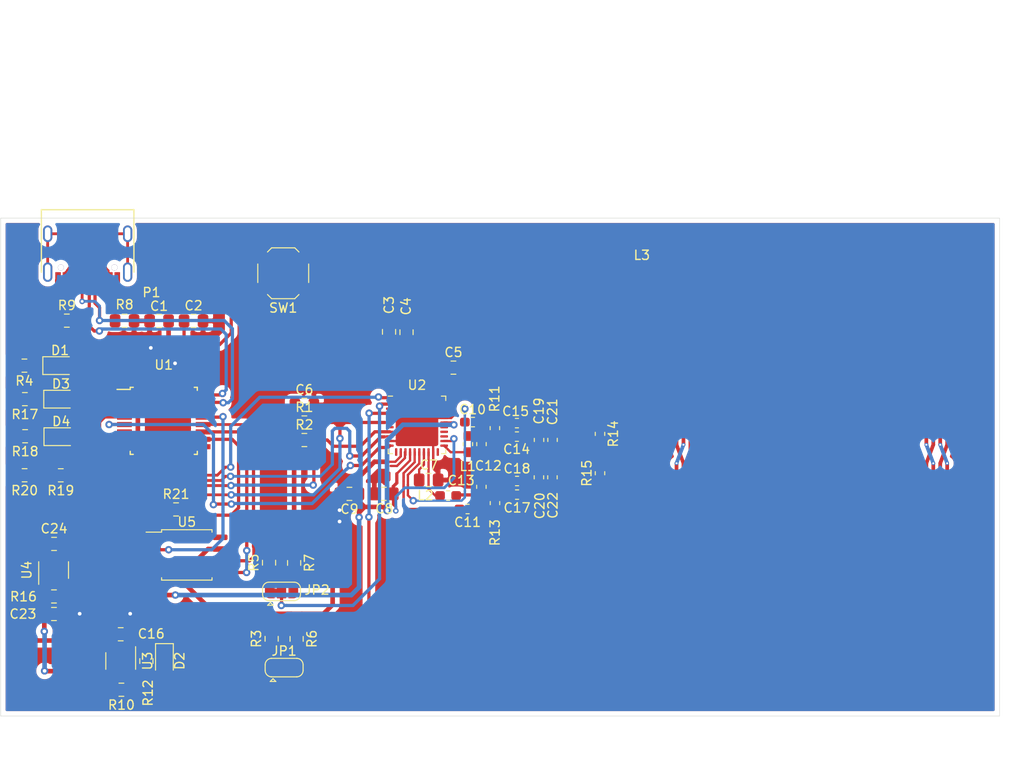
<source format=kicad_pcb>
(kicad_pcb (version 20171130) (host pcbnew "(5.1.4-0-10_14)")
  (title_block (title "Hunter Cat N/fc") (date 2020-03-26) (rev v0.1) (company "Electronic Cats") (comment 1 "Eduardo Contreras"))
  (layers (0 F.Cu signal) (31 B.Cu signal) (34 B.Paste user) (35 F.Paste user) (36 B.SilkS user) (37 F.SilkS user) (38 B.Mask user) (39 F.Mask user) (44 Edge.Cuts user))
  (net 0 "")
  (net 1 GND)
  (net 2 +3V3)
  (net 3 "Net-(C2-Pad1)")
  (net 4 "Net-(C3-Pad1)")
  (net 5 "Net-(C5-Pad1)")
  (net 6 "Net-(C7-Pad1)")
  (net 7 "Net-(C8-Pad1)")
  (net 8 +BATT)
  (net 9 /RXP)
  (net 10 "Net-(C10-Pad1)")
  (net 11 /RXN)
  (net 12 "Net-(C11-Pad1)")
  (net 13 "Net-(C12-Pad1)")
  (net 14 "Net-(C13-Pad2)")
  (net 15 "Net-(C14-Pad1)")
  (net 16 "Net-(C17-Pad1)")
  (net 17 VBUS)
  (net 18 /LED1)
  (net 19 "Net-(D1-Pad1)")
  (net 20 "Net-(D2-Pad1)")
  (net 21 /LED2)
  (net 22 "Net-(D3-Pad1)")
  (net 23 /LED3)
  (net 24 "Net-(D4-Pad1)")
  (net 25 "Net-(JP1-Pad1)")
  (net 26 /ADR1)
  (net 27 "Net-(JP1-Pad3)")
  (net 28 "Net-(JP2-Pad1)")
  (net 29 /ADR0)
  (net 30 "Net-(JP2-Pad3)")
  (net 31 /TX1)
  (net 32 /TX2)
  (net 33 "Net-(L3-Pad1)")
  (net 34 "Net-(L3-Pad2)")
  (net 35 /SDA)
  (net 36 /SCL)
  (net 37 "Net-(P1-PadA5)")
  (net 38 "Net-(P1-PadB5)")
  (net 39 "Net-(R10-Pad1)")
  (net 40 "Net-(R12-Pad1)")
  (net 41 "Net-(R16-Pad2)")
  (net 42 /B_ADC)
  (net 43 /CS)
  (net 44 /SWDIO)
  (net 45 /SWCLK)
  (net 46 "Net-(U1-Pad27)")
  (net 47 /RESET)
  (net 48 "Net-(U1-Pad25)")
  (net 49 /D+)
  (net 50 /D-)
  (net 51 "Net-(U1-Pad22)")
  (net 52 /MISO)
  (net 53 /SCK)
  (net 54 /MOSI)
  (net 55 "Net-(U1-Pad17)")
  (net 56 "Net-(U1-Pad16)")
  (net 57 "Net-(U1-Pad15)")
  (net 58 /CLK)
  (net 59 /IRQ)
  (net 60 "Net-(U1-Pad8)")
  (net 61 "Net-(U1-Pad7)")
  (net 62 "Net-(U1-Pad6)")
  (net 63 /VEN)
  (net 64 "Net-(U4-Pad4)")
  (net 65 "Net-(C4-Pad1)")
  (net 66 "Net-(F1-Pad1)")
  (net 67 "Net-(P1-PadS1)")
  (module hunter-cat-nfc:NFC-antenna30.4x30.4mm (layer F.Cu) (at 191.176 98.916)
    (fp_text reference L3 (at -18 -21.5) (layer F.SilkS))
    (fp_text value L)
    (fp_line (start -15 -3) (end -15 -15) (layer F.Cu) (width 0.4))
    (fp_line (start 15 -15) (end -15 -15) (layer F.Cu) (width 0.4))
    (fp_line (start 14.25 14.25) (end 14.25 1) (layer F.Cu) (width 0.4))
    (fp_line (start 15 15) (end -15 15) (layer F.Cu) (width 0.4))
    (fp_line (start 15 15) (end 15 1) (layer F.Cu) (width 0.4))
    (fp_line (start 15 -1) (end 15 -15) (layer F.Cu) (width 0.4))
    (fp_line (start 14.25 1) (end 15 -1) (layer F.Cu) (width 0.4))
    (fp_line (start 15 1) (end 14.25 -1) (layer B.Cu) (width 0.4))
    (fp_line (start 14.25 14.25) (end -14.25 14.25) (layer F.Cu) (width 0.4))
    (fp_line (start -15 3) (end -15 15) (layer F.Cu) (width 0.4))
    (fp_line (start -14.25 1) (end -14.25 14.25) (layer F.Cu) (width 0.4))
    (fp_line (start -13.5 -1) (end -13.5 -13.5) (layer F.Cu) (width 0.4))
    (fp_line (start -13.5 -1) (end -14.25 1) (layer B.Cu) (width 0.4))
    (fp_line (start 13.5 -13.5) (end -13.5 -13.5) (layer F.Cu) (width 0.4))
    (fp_line (start 13.5 -13.5) (end 13.5 -1) (layer F.Cu) (width 0.4))
    (fp_line (start 12.75 12.75) (end 12.75 1) (layer F.Cu) (width 0.4))
    (fp_line (start -14.25 -14.25) (end -14.25 -1) (layer F.Cu) (width 0.4))
    (fp_line (start -14.25 -14.25) (end 14.25 -14.25) (layer F.Cu) (width 0.4))
    (fp_line (start 14.25 -14.25) (end 14.25 -1) (layer F.Cu) (width 0.4))
    (fp_line (start 12.75 1) (end 13.5 -1) (layer F.Cu) (width 0.4))
    (fp_line (start 13.5 13.5) (end 13.5 1) (layer F.Cu) (width 0.4))
    (fp_line (start 13.5 1) (end 12.75 -1) (layer B.Cu) (width 0.4))
    (fp_line (start 13.5 13.5) (end -13.5 13.5) (layer F.Cu) (width 0.4))
    (fp_line (start -13.5 1) (end -13.5 13.5) (layer F.Cu) (width 0.4))
    (fp_line (start -13.5 1) (end -14.25 -1) (layer F.Cu) (width 0.4))
    (fp_line (start 12.75 12.75) (end -12.75 12.75) (layer F.Cu) (width 0.4))
    (fp_line (start -12.75 -12.75) (end -12.75 12.75) (layer F.Cu) (width 0.4))
    (fp_line (start -12.75 -12.75) (end 12.75 -12.75) (layer F.Cu) (width 0.4))
    (fp_line (start 12.75 -1) (end 12.75 -12.75) (layer F.Cu) (width 0.4))
    (pad "" thru_hole circle (at 15 1) (size 0.4 0.4) (drill 0.2) (layers *.Cu *.Mask))
    (pad "" thru_hole circle (at 14.25 -1) (size 0.4 0.4) (drill 0.2) (layers *.Cu *.Mask))
    (pad "" thru_hole circle (at -14.25 1) (size 0.4 0.4) (drill 0.2) (layers *.Cu *.Mask))
    (pad "" thru_hole circle (at -13.5 -1) (size 0.4 0.4) (drill 0.2) (layers *.Cu *.Mask))
    (pad "" thru_hole circle (at 13.5 1) (size 0.4 0.4) (drill 0.2) (layers *.Cu *.Mask))
    (pad "" thru_hole circle (at 12.75 -1) (size 0.4 0.4) (drill 0.2) (layers *.Cu *.Mask))
    (pad 1 smd rect (at -15.8 -3) (size 1.5 0.4) (layers F.Cu) (net 33 "Net-(L3-Pad1)"))
    (pad 2 smd rect (at -15.8 3) (size 1.5 0.4) (layers F.Cu) (net 34 "Net-(L3-Pad2)"))
  )
  (module Button_Switch_SMD:SW_SPST_TL3342 (layer F.Cu) (at 134.42 79.37 180)
    (fp_text reference SW1 (at 0 -3.75) (layer F.SilkS))
    (fp_text value RESET)
    (pad 2 smd rect (at 3.15 1.9 180) (size 1.7 1) (layers F.Cu F.Paste F.Mask) (net 47 /RESET))
    (pad 2 smd rect (at -3.15 1.9 180) (size 1.7 1) (layers F.Cu F.Paste F.Mask) (net 47 /RESET))
    (pad 1 smd rect (at 3.15 -1.9 180) (size 1.7 1) (layers F.Cu F.Paste F.Mask) (net 1 GND))
    (pad 1 smd rect (at -3.15 -1.9 180) (size 1.7 1) (layers F.Cu F.Paste F.Mask) (net 1 GND))
  )
  (module Connectors:C393939 (layer F.Cu) (at 113.284 79.248 180)
    (fp_text reference P1 (at -6.9 -2.2) (layer F.SilkS))
    (fp_text value USB_C_Plug_USB2.0)
    (pad B5 smd rect (at 1.75 -0.825 180) (size 0.3 1.65) (layers F.Cu F.Paste F.Mask) (net 38 "Net-(P1-PadB5)"))
    (pad B8 smd rect (at 1.25 -0.825 180) (size 0.3 1.65) (layers F.Cu F.Paste F.Mask))
    (pad A6 smd rect (at 0.75 -0.825 180) (size 0.3 1.65) (layers F.Cu F.Paste F.Mask) (net 49 /D+))
    (pad A7 smd rect (at 0.25 -0.825 180) (size 0.3 1.65) (layers F.Cu F.Paste F.Mask) (net 50 /D-))
    (pad A6 smd rect (at -0.25 -0.825 180) (size 0.3 1.65) (layers F.Cu F.Paste F.Mask) (net 49 /D+))
    (pad A7 smd rect (at -0.75 -0.825 180) (size 0.3 1.65) (layers F.Cu F.Paste F.Mask) (net 50 /D-))
    (pad A5 smd rect (at -1.25 -0.825 180) (size 0.3 1.65) (layers F.Cu F.Paste F.Mask) (net 37 "Net-(P1-PadA5)"))
    (pad A8 smd rect (at -1.75 -0.825 180) (size 0.3 1.65) (layers F.Cu F.Paste F.Mask))
    (pad A4 smd rect (at 2.4 -0.825 180) (size 0.6 1.65) (layers F.Cu F.Paste F.Mask) (net 66 "Net-(F1-Pad1)"))
    (pad A4 smd rect (at -2.4 -0.825 180) (size 0.6 1.65) (layers F.Cu F.Paste F.Mask) (net 66 "Net-(F1-Pad1)"))
    (pad A1 smd rect (at 3.2 -0.825 180) (size 0.6 1.65) (layers F.Cu F.Paste F.Mask) (net 1 GND))
    (pad A1 smd rect (at -3.2 -0.825 180) (size 0.6 1.65) (layers F.Cu F.Paste F.Mask) (net 1 GND))
    (pad "" thru_hole circle (at 2.89 0.5 180) (size 0.65 0.65) (drill 0.65) (layers *.Cu *.Mask))
    (pad "" thru_hole circle (at -2.89 0.5 180) (size 0.65 0.65) (drill 0.65) (layers *.Cu *.Mask))
    (pad S1 thru_hole oval (at 4.32 4.15 180) (size 1 1.8) (drill oval 0.6 1.4) (layers *.Cu *.Mask) (net 67 "Net-(P1-PadS1)"))
    (pad S1 thru_hole oval (at -4.32 4.15 180) (size 1 1.8) (drill oval 0.6 1.4) (layers *.Cu *.Mask) (net 67 "Net-(P1-PadS1)"))
    (pad S1 thru_hole oval (at 4.32 0 180) (size 1 2.1) (drill oval 0.6 1.7) (layers *.Cu *.Mask) (net 67 "Net-(P1-PadS1)"))
    (pad S1 thru_hole oval (at -4.32 0 180) (size 1 2.1) (drill oval 0.6 1.7) (layers *.Cu *.Mask) (net 67 "Net-(P1-PadS1)"))
  )
  (module Capacitor_SMD:C_0603_1608Metric_Pad1.05x0.95mm_HandSolder (layer F.Cu) (at 154.926 95.466 180)
    (fp_text reference C10 (at 0.05 1.36) (layer F.SilkS))
    (fp_text value 1nF/16V)
    (pad 2 smd roundrect (at 0.875 0 180) (size 1.05 0.95) (layers F.Cu F.Paste F.Mask) (net 9 /RXP))
    (pad 1 smd roundrect (at -0.875 0 180) (size 1.05 0.95) (layers F.Cu F.Paste F.Mask) (net 10 "Net-(C10-Pad1)"))
  )
  (module Package_SO:SOIC-8_5.23x5.23mm_P1.27mm (layer F.Cu) (at 124 109.83)
    (fp_text reference U5 (at 0 -3.56) (layer F.SilkS))
    (fp_text value W25Q32JVSS)
    (pad 8 smd roundrect (at 3.6 -1.905) (size 1.6 0.6) (layers F.Cu F.Paste F.Mask) (net 2 +3V3))
    (pad 7 smd roundrect (at 3.6 -0.635) (size 1.6 0.6) (layers F.Cu F.Paste F.Mask) (net 2 +3V3))
    (pad 6 smd roundrect (at 3.6 0.635) (size 1.6 0.6) (layers F.Cu F.Paste F.Mask) (net 53 /SCK))
    (pad 5 smd roundrect (at 3.6 1.905) (size 1.6 0.6) (layers F.Cu F.Paste F.Mask) (net 54 /MOSI))
    (pad 4 smd roundrect (at -3.6 1.905) (size 1.6 0.6) (layers F.Cu F.Paste F.Mask) (net 1 GND))
    (pad 3 smd roundrect (at -3.6 0.635) (size 1.6 0.6) (layers F.Cu F.Paste F.Mask) (net 2 +3V3))
    (pad 2 smd roundrect (at -3.6 -0.635) (size 1.6 0.6) (layers F.Cu F.Paste F.Mask) (net 52 /MISO))
    (pad 1 smd roundrect (at -3.6 -1.905) (size 1.6 0.6) (layers F.Cu F.Paste F.Mask) (net 43 /CS))
  )
  (module Package_TO_SOT_SMD:SOT-23-5 (layer F.Cu) (at 109.604 111.465 90)
    (fp_text reference U4 (at 0 -2.9 90) (layer F.SilkS))
    (fp_text value AP2112K-3.3)
    (pad 5 smd rect (at 1.1 -0.95 90) (size 1.06 0.65) (layers F.Cu F.Paste F.Mask) (net 2 +3V3))
    (pad 4 smd rect (at 1.1 0.95 90) (size 1.06 0.65) (layers F.Cu F.Paste F.Mask) (net 64 "Net-(U4-Pad4)"))
    (pad 3 smd rect (at -1.1 0.95 90) (size 1.06 0.65) (layers F.Cu F.Paste F.Mask) (net 41 "Net-(R16-Pad2)"))
    (pad 2 smd rect (at -1.1 0 90) (size 1.06 0.65) (layers F.Cu F.Paste F.Mask) (net 1 GND))
    (pad 1 smd rect (at -1.1 -0.95 90) (size 1.06 0.65) (layers F.Cu F.Paste F.Mask) (net 17 VBUS))
  )
  (module Package_TO_SOT_SMD:SOT-23-5 (layer F.Cu) (at 116.856 121.3 270)
    (fp_text reference U3 (at 0 -2.9 90) (layer F.SilkS))
    (fp_text value MCP73831-3-OT)
    (pad 5 smd rect (at 1.1 -0.95 270) (size 1.06 0.65) (layers F.Cu F.Paste F.Mask) (net 39 "Net-(R10-Pad1)"))
    (pad 4 smd rect (at 1.1 0.95 270) (size 1.06 0.65) (layers F.Cu F.Paste F.Mask) (net 17 VBUS))
    (pad 3 smd rect (at -1.1 0.95 270) (size 1.06 0.65) (layers F.Cu F.Paste F.Mask) (net 8 +BATT))
    (pad 2 smd rect (at -1.1 0 270) (size 1.06 0.65) (layers F.Cu F.Paste F.Mask) (net 1 GND))
    (pad 1 smd rect (at -1.1 -0.95 270) (size 1.06 0.65) (layers F.Cu F.Paste F.Mask) (net 40 "Net-(R12-Pad1)"))
  )
  (module Package_DFN_QFN:QFN-40-1EP_6x6mm_P0.5mm_EP4.6x4.6mm (layer F.Cu) (at 148.876 95.766)
    (fp_text reference U2 (at 0 -4.3) (layer F.SilkS))
    (fp_text value PN7150B0HN_C11002E-PN7150B0HN_C11002E)
    (pad 40 smd roundrect (at -2.25 -2.9375) (size 0.25 0.825) (layers F.Cu F.Paste F.Mask) (net 58 /CLK))
    (pad 39 smd roundrect (at -1.75 -2.9375) (size 0.25 0.825) (layers F.Cu F.Paste F.Mask))
    (pad 38 smd roundrect (at -1.25 -2.9375) (size 0.25 0.825) (layers F.Cu F.Paste F.Mask))
    (pad 37 smd roundrect (at -0.75 -2.9375) (size 0.25 0.825) (layers F.Cu F.Paste F.Mask) (net 4 "Net-(C3-Pad1)"))
    (pad 36 smd roundrect (at -0.25 -2.9375) (size 0.25 0.825) (layers F.Cu F.Paste F.Mask) (net 65 "Net-(C4-Pad1)"))
    (pad 35 smd roundrect (at 0.25 -2.9375) (size 0.25 0.825) (layers F.Cu F.Paste F.Mask))
    (pad 34 smd roundrect (at 0.75 -2.9375) (size 0.25 0.825) (layers F.Cu F.Paste F.Mask))
    (pad 33 smd roundrect (at 1.25 -2.9375) (size 0.25 0.825) (layers F.Cu F.Paste F.Mask))
    (pad 32 smd roundrect (at 1.75 -2.9375) (size 0.25 0.825) (layers F.Cu F.Paste F.Mask))
    (pad 31 smd roundrect (at 2.25 -2.9375) (size 0.25 0.825) (layers F.Cu F.Paste F.Mask))
    (pad 30 smd roundrect (at 2.9375 -2.25) (size 0.825 0.25) (layers F.Cu F.Paste F.Mask) (net 5 "Net-(C5-Pad1)"))
    (pad 29 smd roundrect (at 2.9375 -1.75) (size 0.825 0.25) (layers F.Cu F.Paste F.Mask) (net 5 "Net-(C5-Pad1)"))
    (pad 28 smd roundrect (at 2.9375 -1.25) (size 0.825 0.25) (layers F.Cu F.Paste F.Mask) (net 5 "Net-(C5-Pad1)"))
    (pad 27 smd roundrect (at 2.9375 -0.75) (size 0.825 0.25) (layers F.Cu F.Paste F.Mask) (net 1 GND))
    (pad 26 smd roundrect (at 2.9375 -0.25) (size 0.825 0.25) (layers F.Cu F.Paste F.Mask) (net 8 +BATT))
    (pad 25 smd roundrect (at 2.9375 0.25) (size 0.825 0.25) (layers F.Cu F.Paste F.Mask))
    (pad 24 smd roundrect (at 2.9375 0.75) (size 0.825 0.25) (layers F.Cu F.Paste F.Mask))
    (pad 23 smd roundrect (at 2.9375 1.25) (size 0.825 0.25) (layers F.Cu F.Paste F.Mask))
    (pad 22 smd roundrect (at 2.9375 1.75) (size 0.825 0.25) (layers F.Cu F.Paste F.Mask) (net 7 "Net-(C8-Pad1)"))
    (pad 21 smd roundrect (at 2.9375 2.25) (size 0.825 0.25) (layers F.Cu F.Paste F.Mask) (net 31 /TX1))
    (pad 20 smd roundrect (at 2.25 2.9375) (size 0.25 0.825) (layers F.Cu F.Paste F.Mask))
    (pad 19 smd roundrect (at 1.75 2.9375) (size 0.25 0.825) (layers F.Cu F.Paste F.Mask) (net 1 GND))
    (pad 18 smd roundrect (at 1.25 2.9375) (size 0.25 0.825) (layers F.Cu F.Paste F.Mask) (net 32 /TX2))
    (pad 17 smd roundrect (at 0.75 2.9375) (size 0.25 0.825) (layers F.Cu F.Paste F.Mask) (net 6 "Net-(C7-Pad1)"))
    (pad 16 smd roundrect (at 0.25 2.9375) (size 0.25 0.825) (layers F.Cu F.Paste F.Mask) (net 9 /RXP))
    (pad 15 smd roundrect (at -0.25 2.9375) (size 0.25 0.825) (layers F.Cu F.Paste F.Mask) (net 11 /RXN))
    (pad 14 smd roundrect (at -0.75 2.9375) (size 0.25 0.825) (layers F.Cu F.Paste F.Mask) (net 7 "Net-(C8-Pad1)"))
    (pad 13 smd roundrect (at -1.25 2.9375) (size 0.25 0.825) (layers F.Cu F.Paste F.Mask) (net 2 +3V3))
    (pad 12 smd roundrect (at -1.75 2.9375) (size 0.25 0.825) (layers F.Cu F.Paste F.Mask) (net 8 +BATT))
    (pad 11 smd roundrect (at -2.25 2.9375) (size 0.25 0.825) (layers F.Cu F.Paste F.Mask))
    (pad 10 smd roundrect (at -2.9375 2.25) (size 0.825 0.25) (layers F.Cu F.Paste F.Mask) (net 63 /VEN))
    (pad 9 smd roundrect (at -2.9375 1.75) (size 0.825 0.25) (layers F.Cu F.Paste F.Mask) (net 1 GND))
    (pad 8 smd roundrect (at -2.9375 1.25) (size 0.825 0.25) (layers F.Cu F.Paste F.Mask) (net 59 /IRQ))
    (pad 7 smd roundrect (at -2.9375 0.75) (size 0.825 0.25) (layers F.Cu F.Paste F.Mask) (net 36 /SCL))
    (pad 6 smd roundrect (at -2.9375 0.25) (size 0.825 0.25) (layers F.Cu F.Paste F.Mask) (net 2 +3V3))
    (pad 5 smd roundrect (at -2.9375 -0.25) (size 0.825 0.25) (layers F.Cu F.Paste F.Mask) (net 35 /SDA))
    (pad 4 smd roundrect (at -2.9375 -0.75) (size 0.825 0.25) (layers F.Cu F.Paste F.Mask) (net 1 GND))
    (pad 3 smd roundrect (at -2.9375 -1.25) (size 0.825 0.25) (layers F.Cu F.Paste F.Mask) (net 26 /ADR1))
    (pad 2 smd roundrect (at -2.9375 -1.75) (size 0.825 0.25) (layers F.Cu F.Paste F.Mask) (net 1 GND))
    (pad 1 smd roundrect (at -2.9375 -2.25) (size 0.825 0.25) (layers F.Cu F.Paste F.Mask) (net 29 /ADR0))
    (pad 41 smd roundrect (at 0 0) (size 4.6 4.6) (layers F.Cu F.Mask) (roundrect_rratio 0.054348) (net 1 GND))
  )
  (module Package_QFP:TQFP-32_7x7mm_P0.8mm (layer F.Cu) (at 121.51 95.33)
    (fp_text reference U1 (at 0 -6.05) (layer F.SilkS))
    (fp_text value ATSAMD21E18A)
    (pad 32 smd rect (at -2.8 -4.25 90) (size 1.6 0.55) (layers F.Cu F.Paste F.Mask) (net 44 /SWDIO))
    (pad 31 smd rect (at -2 -4.25 90) (size 1.6 0.55) (layers F.Cu F.Paste F.Mask) (net 45 /SWCLK))
    (pad 30 smd rect (at -1.2 -4.25 90) (size 1.6 0.55) (layers F.Cu F.Paste F.Mask) (net 2 +3V3))
    (pad 29 smd rect (at -0.4 -4.25 90) (size 1.6 0.55) (layers F.Cu F.Paste F.Mask) (net 3 "Net-(C2-Pad1)"))
    (pad 28 smd rect (at 0.4 -4.25 90) (size 1.6 0.55) (layers F.Cu F.Paste F.Mask) (net 1 GND))
    (pad 27 smd rect (at 1.2 -4.25 90) (size 1.6 0.55) (layers F.Cu F.Paste F.Mask) (net 46 "Net-(U1-Pad27)"))
    (pad 26 smd rect (at 2 -4.25 90) (size 1.6 0.55) (layers F.Cu F.Paste F.Mask) (net 47 /RESET))
    (pad 25 smd rect (at 2.8 -4.25 90) (size 1.6 0.55) (layers F.Cu F.Paste F.Mask) (net 48 "Net-(U1-Pad25)"))
    (pad 24 smd rect (at 4.25 -2.8) (size 1.6 0.55) (layers F.Cu F.Paste F.Mask) (net 49 /D+))
    (pad 23 smd rect (at 4.25 -2) (size 1.6 0.55) (layers F.Cu F.Paste F.Mask) (net 50 /D-))
    (pad 22 smd rect (at 4.25 -1.2) (size 1.6 0.55) (layers F.Cu F.Paste F.Mask) (net 51 "Net-(U1-Pad22)"))
    (pad 21 smd rect (at 4.25 -0.4) (size 1.6 0.55) (layers F.Cu F.Paste F.Mask) (net 52 /MISO))
    (pad 20 smd rect (at 4.25 0.4) (size 1.6 0.55) (layers F.Cu F.Paste F.Mask) (net 53 /SCK))
    (pad 19 smd rect (at 4.25 1.2) (size 1.6 0.55) (layers F.Cu F.Paste F.Mask) (net 54 /MOSI))
    (pad 18 smd rect (at 4.25 2) (size 1.6 0.55) (layers F.Cu F.Paste F.Mask) (net 43 /CS))
    (pad 17 smd rect (at 4.25 2.8) (size 1.6 0.55) (layers F.Cu F.Paste F.Mask) (net 55 "Net-(U1-Pad17)"))
    (pad 16 smd rect (at 2.8 4.25 90) (size 1.6 0.55) (layers F.Cu F.Paste F.Mask) (net 56 "Net-(U1-Pad16)"))
    (pad 15 smd rect (at 2 4.25 90) (size 1.6 0.55) (layers F.Cu F.Paste F.Mask) (net 57 "Net-(U1-Pad15)"))
    (pad 14 smd rect (at 1.2 4.25 90) (size 1.6 0.55) (layers F.Cu F.Paste F.Mask) (net 58 /CLK))
    (pad 13 smd rect (at 0.4 4.25 90) (size 1.6 0.55) (layers F.Cu F.Paste F.Mask) (net 59 /IRQ))
    (pad 12 smd rect (at -0.4 4.25 90) (size 1.6 0.55) (layers F.Cu F.Paste F.Mask) (net 36 /SCL))
    (pad 11 smd rect (at -1.2 4.25 90) (size 1.6 0.55) (layers F.Cu F.Paste F.Mask) (net 35 /SDA))
    (pad 10 smd rect (at -2 4.25 90) (size 1.6 0.55) (layers F.Cu F.Paste F.Mask) (net 1 GND))
    (pad 9 smd rect (at -2.8 4.25 90) (size 1.6 0.55) (layers F.Cu F.Paste F.Mask) (net 2 +3V3))
    (pad 8 smd rect (at -4.25 2.8) (size 1.6 0.55) (layers F.Cu F.Paste F.Mask) (net 60 "Net-(U1-Pad8)"))
    (pad 7 smd rect (at -4.25 2) (size 1.6 0.55) (layers F.Cu F.Paste F.Mask) (net 61 "Net-(U1-Pad7)"))
    (pad 6 smd rect (at -4.25 1.2) (size 1.6 0.55) (layers F.Cu F.Paste F.Mask) (net 62 "Net-(U1-Pad6)"))
    (pad 5 smd rect (at -4.25 0.4) (size 1.6 0.55) (layers F.Cu F.Paste F.Mask) (net 63 /VEN))
    (pad 4 smd rect (at -4.25 -0.4) (size 1.6 0.55) (layers F.Cu F.Paste F.Mask) (net 42 /B_ADC))
    (pad 3 smd rect (at -4.25 -1.2) (size 1.6 0.55) (layers F.Cu F.Paste F.Mask) (net 23 /LED3))
    (pad 2 smd rect (at -4.25 -2) (size 1.6 0.55) (layers F.Cu F.Paste F.Mask) (net 21 /LED2))
    (pad 1 smd rect (at -4.25 -2.8) (size 1.6 0.55) (layers F.Cu F.Paste F.Mask) (net 18 /LED1))
  )
  (module Resistor_SMD:R_0805_2012Metric_Pad1.15x1.40mm_HandSolder (layer F.Cu) (at 122.84 104.91)
    (fp_text reference R21 (at 0 -1.65) (layer F.SilkS))
    (fp_text value 10K)
    (pad 2 smd roundrect (at 1.025 0) (size 1.15 1.4) (layers F.Cu F.Paste F.Mask) (roundrect_rratio 0.217391) (net 43 /CS))
    (pad 1 smd roundrect (at -1.025 0) (size 1.15 1.4) (layers F.Cu F.Paste F.Mask) (roundrect_rratio 0.217391) (net 2 +3V3))
  )
  (module Resistor_SMD:R_0805_2012Metric_Pad1.15x1.40mm_HandSolder (layer F.Cu) (at 106.47 101.214 180)
    (fp_text reference R20 (at 0 -1.65) (layer F.SilkS))
    (fp_text value 100k)
    (pad 2 smd roundrect (at 1.025 0 180) (size 1.15 1.4) (layers F.Cu F.Paste F.Mask) (roundrect_rratio 0.217391) (net 1 GND))
    (pad 1 smd roundrect (at -1.025 0 180) (size 1.15 1.4) (layers F.Cu F.Paste F.Mask) (roundrect_rratio 0.217391) (net 42 /B_ADC))
  )
  (module Resistor_SMD:R_0805_2012Metric_Pad1.15x1.40mm_HandSolder (layer F.Cu) (at 110.38 101.219 180)
    (fp_text reference R19 (at 0 -1.65) (layer F.SilkS))
    (fp_text value 100k)
    (pad 2 smd roundrect (at 1.025 0 180) (size 1.15 1.4) (layers F.Cu F.Paste F.Mask) (roundrect_rratio 0.217391) (net 42 /B_ADC))
    (pad 1 smd roundrect (at -1.025 0 180) (size 1.15 1.4) (layers F.Cu F.Paste F.Mask) (roundrect_rratio 0.217391) (net 8 +BATT))
  )
  (module Resistor_SMD:R_0805_2012Metric_Pad1.15x1.40mm_HandSolder (layer F.Cu) (at 106.525 96.994 180)
    (fp_text reference R18 (at 0 -1.65) (layer F.SilkS))
    (fp_text value 1K)
    (pad 2 smd roundrect (at 1.025 0 180) (size 1.15 1.4) (layers F.Cu F.Paste F.Mask) (roundrect_rratio 0.217391) (net 1 GND))
    (pad 1 smd roundrect (at -1.025 0 180) (size 1.15 1.4) (layers F.Cu F.Paste F.Mask) (roundrect_rratio 0.217391) (net 24 "Net-(D4-Pad1)"))
  )
  (module Resistor_SMD:R_0805_2012Metric_Pad1.15x1.40mm_HandSolder (layer F.Cu) (at 106.5 92.984 180)
    (fp_text reference R17 (at 0 -1.65) (layer F.SilkS))
    (fp_text value 1K)
    (pad 2 smd roundrect (at 1.025 0 180) (size 1.15 1.4) (layers F.Cu F.Paste F.Mask) (roundrect_rratio 0.217391) (net 1 GND))
    (pad 1 smd roundrect (at -1.025 0 180) (size 1.15 1.4) (layers F.Cu F.Paste F.Mask) (roundrect_rratio 0.217391) (net 22 "Net-(D3-Pad1)"))
  )
  (module Resistor_SMD:R_0805_2012Metric_Pad1.15x1.40mm_HandSolder (layer F.Cu) (at 109.644 114.32)
    (fp_text reference R16 (at -3.3 0.025) (layer F.SilkS))
    (fp_text value 10K)
    (pad 2 smd roundrect (at 1.025 0) (size 1.15 1.4) (layers F.Cu F.Paste F.Mask) (roundrect_rratio 0.217391) (net 41 "Net-(R16-Pad2)"))
    (pad 1 smd roundrect (at -1.025 0) (size 1.15 1.4) (layers F.Cu F.Paste F.Mask) (roundrect_rratio 0.217391) (net 17 VBUS))
  )
  (module Resistor_SMD:R_0603_1608Metric_Pad1.05x0.95mm_HandSolder (layer F.Cu) (at 168.656 100.996 90)
    (fp_text reference R15 (at 0 -1.43 90) (layer F.SilkS))
    (fp_text value 3.24R)
    (pad 2 smd roundrect (at 0.875 0 90) (size 1.05 0.95) (layers F.Cu F.Paste F.Mask) (net 16 "Net-(C17-Pad1)"))
    (pad 1 smd roundrect (at -0.875 0 90) (size 1.05 0.95) (layers F.Cu F.Paste F.Mask) (net 34 "Net-(L3-Pad2)"))
  )
  (module Resistor_SMD:R_0603_1608Metric_Pad1.05x0.95mm_HandSolder (layer F.Cu) (at 168.656 96.741 270)
    (fp_text reference R14 (at 0 -1.43 90) (layer F.SilkS))
    (fp_text value 3.24R)
    (pad 2 smd roundrect (at 0.875 0 270) (size 1.05 0.95) (layers F.Cu F.Paste F.Mask) (net 15 "Net-(C14-Pad1)"))
    (pad 1 smd roundrect (at -0.875 0 270) (size 1.05 0.95) (layers F.Cu F.Paste F.Mask) (net 33 "Net-(L3-Pad1)"))
  )
  (module Resistor_SMD:R_0603_1608Metric_Pad1.05x0.95mm_HandSolder (layer F.Cu) (at 157.306 104.226 270)
    (fp_text reference R13 (at 3.2 0 90) (layer F.SilkS))
    (fp_text value 2k2)
    (pad 2 smd roundrect (at 0.875 0 270) (size 1.05 0.95) (layers F.Cu F.Paste F.Mask) (net 12 "Net-(C11-Pad1)"))
    (pad 1 smd roundrect (at -0.875 0 270) (size 1.05 0.95) (layers F.Cu F.Paste F.Mask) (net 14 "Net-(C13-Pad2)"))
  )
  (module Resistor_SMD:R_0805_2012Metric_Pad1.15x1.40mm_HandSolder (layer F.Cu) (at 119.631 121.31 270)
    (fp_text reference R12 (at 3.45 -0.175 90) (layer F.SilkS))
    (fp_text value 1K)
    (pad 2 smd roundrect (at 1.025 0 270) (size 1.15 1.4) (layers F.Cu F.Paste F.Mask) (roundrect_rratio 0.217391) (net 20 "Net-(D2-Pad1)"))
    (pad 1 smd roundrect (at -1.025 0 270) (size 1.15 1.4) (layers F.Cu F.Paste F.Mask) (roundrect_rratio 0.217391) (net 40 "Net-(R12-Pad1)"))
  )
  (module Resistor_SMD:R_0603_1608Metric_Pad1.05x0.95mm_HandSolder (layer F.Cu) (at 157.296 96.116 270)
    (fp_text reference R11 (at -3.17 0.03 90) (layer F.SilkS))
    (fp_text value 2k2)
    (pad 2 smd roundrect (at 0.875 0 270) (size 1.05 0.95) (layers F.Cu F.Paste F.Mask) (net 13 "Net-(C12-Pad1)"))
    (pad 1 smd roundrect (at -0.875 0 270) (size 1.05 0.95) (layers F.Cu F.Paste F.Mask) (net 10 "Net-(C10-Pad1)"))
  )
  (module Resistor_SMD:R_0805_2012Metric_Pad1.15x1.40mm_HandSolder (layer F.Cu) (at 116.931 124.41 180)
    (fp_text reference R10 (at 0 -1.65) (layer F.SilkS))
    (fp_text value 1K)
    (pad 2 smd roundrect (at 1.025 0 180) (size 1.15 1.4) (layers F.Cu F.Paste F.Mask) (roundrect_rratio 0.217391) (net 1 GND))
    (pad 1 smd roundrect (at -1.025 0 180) (size 1.15 1.4) (layers F.Cu F.Paste F.Mask) (roundrect_rratio 0.217391) (net 39 "Net-(R10-Pad1)"))
  )
  (module Resistor_SMD:R_0805_2012Metric_Pad1.15x1.40mm_HandSolder (layer F.Cu) (at 111.034 84.494)
    (fp_text reference R9 (at 0 -1.65) (layer F.SilkS))
    (fp_text value 5k1)
    (pad 2 smd roundrect (at 1.025 0) (size 1.15 1.4) (layers F.Cu F.Paste F.Mask) (roundrect_rratio 0.217391) (net 38 "Net-(P1-PadB5)"))
    (pad 1 smd roundrect (at -1.025 0) (size 1.15 1.4) (layers F.Cu F.Paste F.Mask) (roundrect_rratio 0.217391) (net 1 GND))
  )
  (module Resistor_SMD:R_0805_2012Metric_Pad1.15x1.40mm_HandSolder (layer F.Cu) (at 117.274 84.514 180)
    (fp_text reference R8 (at 0 1.75) (layer F.SilkS))
    (fp_text value 5k1)
    (pad 2 smd roundrect (at 1.025 0 180) (size 1.15 1.4) (layers F.Cu F.Paste F.Mask) (roundrect_rratio 0.217391) (net 37 "Net-(P1-PadA5)"))
    (pad 1 smd roundrect (at -1.025 0 180) (size 1.15 1.4) (layers F.Cu F.Paste F.Mask) (roundrect_rratio 0.217391) (net 1 GND))
  )
  (module Resistor_SMD:R_0805_2012Metric_Pad1.15x1.40mm_HandSolder (layer F.Cu) (at 135.598 110.696 270)
    (fp_text reference R7 (at 0 -1.65 90) (layer F.SilkS))
    (fp_text value 100K)
    (pad 2 smd roundrect (at 1.025 0 270) (size 1.15 1.4) (layers F.Cu F.Paste F.Mask) (roundrect_rratio 0.217391) (net 30 "Net-(JP2-Pad3)"))
    (pad 1 smd roundrect (at -1.025 0 270) (size 1.15 1.4) (layers F.Cu F.Paste F.Mask) (roundrect_rratio 0.217391) (net 2 +3V3))
  )
  (module Resistor_SMD:R_0805_2012Metric_Pad1.15x1.40mm_HandSolder (layer F.Cu) (at 135.868 118.911 270)
    (fp_text reference R6 (at 0 -1.65 90) (layer F.SilkS))
    (fp_text value 100K)
    (pad 2 smd roundrect (at 1.025 0 270) (size 1.15 1.4) (layers F.Cu F.Paste F.Mask) (roundrect_rratio 0.217391) (net 27 "Net-(JP1-Pad3)"))
    (pad 1 smd roundrect (at -1.025 0 270) (size 1.15 1.4) (layers F.Cu F.Paste F.Mask) (roundrect_rratio 0.217391) (net 2 +3V3))
  )
  (module Resistor_SMD:R_0805_2012Metric_Pad1.15x1.40mm_HandSolder (layer F.Cu) (at 132.888 110.671 90)
    (fp_text reference R5 (at 0 -1.65 90) (layer F.SilkS))
    (fp_text value 100K)
    (pad 2 smd roundrect (at 1.025 0 90) (size 1.15 1.4) (layers F.Cu F.Paste F.Mask) (roundrect_rratio 0.217391) (net 1 GND))
    (pad 1 smd roundrect (at -1.025 0 90) (size 1.15 1.4) (layers F.Cu F.Paste F.Mask) (roundrect_rratio 0.217391) (net 28 "Net-(JP2-Pad1)"))
  )
  (module Resistor_SMD:R_0805_2012Metric_Pad1.15x1.40mm_HandSolder (layer F.Cu) (at 106.45 89.359 180)
    (fp_text reference R4 (at 0 -1.65) (layer F.SilkS))
    (fp_text value 1K)
    (pad 2 smd roundrect (at 1.025 0 180) (size 1.15 1.4) (layers F.Cu F.Paste F.Mask) (roundrect_rratio 0.217391) (net 1 GND))
    (pad 1 smd roundrect (at -1.025 0 180) (size 1.15 1.4) (layers F.Cu F.Paste F.Mask) (roundrect_rratio 0.217391) (net 19 "Net-(D1-Pad1)"))
  )
  (module Resistor_SMD:R_0805_2012Metric_Pad1.15x1.40mm_HandSolder (layer F.Cu) (at 133.168 118.901 90)
    (fp_text reference R3 (at 0 -1.65 90) (layer F.SilkS))
    (fp_text value 100K)
    (pad 2 smd roundrect (at 1.025 0 90) (size 1.15 1.4) (layers F.Cu F.Paste F.Mask) (roundrect_rratio 0.217391) (net 1 GND))
    (pad 1 smd roundrect (at -1.025 0 90) (size 1.15 1.4) (layers F.Cu F.Paste F.Mask) (roundrect_rratio 0.217391) (net 25 "Net-(JP1-Pad1)"))
  )
  (module Resistor_SMD:R_0805_2012Metric_Pad1.15x1.40mm_HandSolder (layer F.Cu) (at 136.706 97.406)
    (fp_text reference R2 (at 0 -1.65) (layer F.SilkS))
    (fp_text value 10K)
    (pad 2 smd roundrect (at 1.025 0) (size 1.15 1.4) (layers F.Cu F.Paste F.Mask) (roundrect_rratio 0.217391) (net 36 /SCL))
    (pad 1 smd roundrect (at -1.025 0) (size 1.15 1.4) (layers F.Cu F.Paste F.Mask) (roundrect_rratio 0.217391) (net 2 +3V3))
  )
  (module Resistor_SMD:R_0805_2012Metric_Pad1.15x1.40mm_HandSolder (layer F.Cu) (at 136.706 95.506)
    (fp_text reference R1 (at 0 -1.65) (layer F.SilkS))
    (fp_text value 10K)
    (pad 2 smd roundrect (at 1.025 0) (size 1.15 1.4) (layers F.Cu F.Paste F.Mask) (roundrect_rratio 0.217391) (net 35 /SDA))
    (pad 1 smd roundrect (at -1.025 0) (size 1.15 1.4) (layers F.Cu F.Paste F.Mask) (roundrect_rratio 0.217391) (net 2 +3V3))
  )
  (module Inductor_SMD:L_0603_1608Metric_Pad1.05x0.95mm_HandSolder (layer F.Cu) (at 152.241 103.406 180)
    (fp_text reference L2 (at 2.455 0) (layer F.SilkS))
    (fp_text value 160nH)
    (pad 2 smd roundrect (at 0.875 0 180) (size 1.05 0.95) (layers F.Cu F.Paste F.Mask) (net 32 /TX2))
    (pad 1 smd roundrect (at -0.875 0 180) (size 1.05 0.95) (layers F.Cu F.Paste F.Mask) (net 14 "Net-(C13-Pad2)"))
  )
  (module Inductor_SMD:L_0603_1608Metric_Pad1.05x0.95mm_HandSolder (layer F.Cu) (at 154.376 97.846 90)
    (fp_text reference L1 (at -2.4 -0.02 180) (layer F.SilkS))
    (fp_text value 160nH)
    (pad 2 smd roundrect (at 0.875 0 90) (size 1.05 0.95) (layers F.Cu F.Paste F.Mask) (net 13 "Net-(C12-Pad1)"))
    (pad 1 smd roundrect (at -0.875 0 90) (size 1.05 0.95) (layers F.Cu F.Paste F.Mask) (net 31 /TX1))
  )
  (module Jumper:SolderJumper-3_P1.3mm_Bridged12_RoundedPad1.0x1.5mm (layer F.Cu) (at 134.238 113.776)
    (fp_text reference JP2 (at 3.835 -0.155) (layer F.SilkS))
    (fp_text value J_ADR0)
    (fp_poly (pts (xy -0.9 -0.3) (xy -0.4 -0.3) (xy -0.4 0.3) (xy -0.9 0.3)) (layer F.Cu) (width 0))
    (pad 1 smd custom (at -1.3 0) (size 1 0.5) (layers F.Cu F.Mask) (net 28 "Net-(JP2-Pad1)") (options (clearance outline) (anchor rect)) (primitives (gr_circle (center 0 0.25) (end 0.5 0.25) (width 0)) (gr_circle (center 0 -0.25) (end 0.5 -0.25) (width 0)) (gr_poly (pts (xy 0.55 -0.75) (xy 0 -0.75) (xy 0 0.75) (xy 0.55 0.75)) (width 0))))
    (pad 2 smd rect (at 0 0) (size 1 1.5) (layers F.Cu F.Mask) (net 29 /ADR0))
    (pad 3 smd custom (at 1.3 0) (size 1 0.5) (layers F.Cu F.Mask) (net 30 "Net-(JP2-Pad3)") (options (clearance outline) (anchor rect)) (primitives (gr_circle (center 0 0.25) (end 0.5 0.25) (width 0)) (gr_circle (center 0 -0.25) (end 0.5 -0.25) (width 0)) (gr_poly (pts (xy -0.55 -0.75) (xy 0 -0.75) (xy 0 0.75) (xy -0.55 0.75)) (width 0))))
  )
  (module Jumper:SolderJumper-3_P1.3mm_Bridged12_RoundedPad1.0x1.5mm (layer F.Cu) (at 134.518 122.016)
    (fp_text reference JP1 (at 0 -1.8) (layer F.SilkS))
    (fp_text value J_ADR0)
    (fp_poly (pts (xy -0.9 -0.3) (xy -0.4 -0.3) (xy -0.4 0.3) (xy -0.9 0.3)) (layer F.Cu) (width 0))
    (pad 1 smd custom (at -1.3 0) (size 1 0.5) (layers F.Cu F.Mask) (net 25 "Net-(JP1-Pad1)") (options (clearance outline) (anchor rect)) (primitives (gr_circle (center 0 0.25) (end 0.5 0.25) (width 0)) (gr_circle (center 0 -0.25) (end 0.5 -0.25) (width 0)) (gr_poly (pts (xy 0.55 -0.75) (xy 0 -0.75) (xy 0 0.75) (xy 0.55 0.75)) (width 0))))
    (pad 2 smd rect (at 0 0) (size 1 1.5) (layers F.Cu F.Mask) (net 26 /ADR1))
    (pad 3 smd custom (at 1.3 0) (size 1 0.5) (layers F.Cu F.Mask) (net 27 "Net-(JP1-Pad3)") (options (clearance outline) (anchor rect)) (primitives (gr_circle (center 0 0.25) (end 0.5 0.25) (width 0)) (gr_circle (center 0 -0.25) (end 0.5 -0.25) (width 0)) (gr_poly (pts (xy -0.55 -0.75) (xy 0 -0.75) (xy 0 0.75) (xy -0.55 0.75)) (width 0))))
  )
  (module LED_SMD:LED_0805_2012Metric_Pad1.15x1.40mm_HandSolder (layer F.Cu) (at 110.425 97.044)
    (fp_text reference D4 (at 0 -1.65) (layer F.SilkS))
    (fp_text value LED)
    (pad 2 smd roundrect (at 1.025 0) (size 1.15 1.4) (layers F.Cu F.Paste F.Mask) (roundrect_rratio 0.217391) (net 23 /LED3))
    (pad 1 smd roundrect (at -1.025 0) (size 1.15 1.4) (layers F.Cu F.Paste F.Mask) (roundrect_rratio 0.217391) (net 24 "Net-(D4-Pad1)"))
  )
  (module LED_SMD:LED_0805_2012Metric_Pad1.15x1.40mm_HandSolder (layer F.Cu) (at 110.4 92.984)
    (fp_text reference D3 (at 0 -1.65) (layer F.SilkS))
    (fp_text value LED)
    (pad 2 smd roundrect (at 1.025 0) (size 1.15 1.4) (layers F.Cu F.Paste F.Mask) (roundrect_rratio 0.217391) (net 21 /LED2))
    (pad 1 smd roundrect (at -1.025 0) (size 1.15 1.4) (layers F.Cu F.Paste F.Mask) (roundrect_rratio 0.217391) (net 22 "Net-(D3-Pad1)"))
  )
  (module LED_SMD:LED_0805_2012Metric_Pad1.15x1.40mm_HandSolder (layer F.Cu) (at 121.581 121.285 270)
    (fp_text reference D2 (at 0 -1.65 90) (layer F.SilkS))
    (fp_text value LED)
    (pad 2 smd roundrect (at 1.025 0 270) (size 1.15 1.4) (layers F.Cu F.Paste F.Mask) (roundrect_rratio 0.217391) (net 17 VBUS))
    (pad 1 smd roundrect (at -1.025 0 270) (size 1.15 1.4) (layers F.Cu F.Paste F.Mask) (roundrect_rratio 0.217391) (net 20 "Net-(D2-Pad1)"))
  )
  (module LED_SMD:LED_0805_2012Metric_Pad1.15x1.40mm_HandSolder (layer F.Cu) (at 110.3 89.359)
    (fp_text reference D1 (at 0 -1.65) (layer F.SilkS))
    (fp_text value LED)
    (pad 2 smd roundrect (at 1.025 0) (size 1.15 1.4) (layers F.Cu F.Paste F.Mask) (roundrect_rratio 0.217391) (net 18 /LED1))
    (pad 1 smd roundrect (at -1.025 0) (size 1.15 1.4) (layers F.Cu F.Paste F.Mask) (roundrect_rratio 0.217391) (net 19 "Net-(D1-Pad1)"))
  )
  (module Capacitor_SMD:C_0805_2012Metric_Pad1.15x1.40mm_HandSolder (layer F.Cu) (at 109.654 108.64)
    (fp_text reference C24 (at 0 -1.65) (layer F.SilkS))
    (fp_text value 10uF)
    (pad 2 smd roundrect (at 1.025 0) (size 1.15 1.4) (layers F.Cu F.Paste F.Mask) (roundrect_rratio 0.217391) (net 1 GND))
    (pad 1 smd roundrect (at -1.025 0) (size 1.15 1.4) (layers F.Cu F.Paste F.Mask) (roundrect_rratio 0.217391) (net 2 +3V3))
  )
  (module Capacitor_SMD:C_0805_2012Metric_Pad1.15x1.40mm_HandSolder (layer F.Cu) (at 109.644 116.22)
    (fp_text reference C23 (at -3.35 0) (layer F.SilkS))
    (fp_text value 10uF)
    (pad 2 smd roundrect (at 1.025 0) (size 1.15 1.4) (layers F.Cu F.Paste F.Mask) (roundrect_rratio 0.217391) (net 1 GND))
    (pad 1 smd roundrect (at -1.025 0) (size 1.15 1.4) (layers F.Cu F.Paste F.Mask) (roundrect_rratio 0.217391) (net 17 VBUS))
  )
  (module Capacitor_SMD:C_0603_1608Metric_Pad1.05x0.95mm_HandSolder (layer F.Cu) (at 163.516 101.436 270)
    (fp_text reference C22 (at 3.03 -0.04 90) (layer F.SilkS))
    (fp_text value 2.2pF)
    (pad 2 smd roundrect (at 0.875 0 270) (size 1.05 0.95) (layers F.Cu F.Paste F.Mask) (net 16 "Net-(C17-Pad1)"))
    (pad 1 smd roundrect (at -0.875 0 270) (size 1.05 0.95) (layers F.Cu F.Paste F.Mask) (net 1 GND))
  )
  (module Capacitor_SMD:C_0603_1608Metric_Pad1.05x0.95mm_HandSolder (layer F.Cu) (at 163.526 97.391 270)
    (fp_text reference C21 (at -3.035 0.01 90) (layer F.SilkS))
    (fp_text value 2.2pF)
    (pad 2 smd roundrect (at 0.875 0 270) (size 1.05 0.95) (layers F.Cu F.Paste F.Mask) (net 1 GND))
    (pad 1 smd roundrect (at -0.875 0 270) (size 1.05 0.95) (layers F.Cu F.Paste F.Mask) (net 15 "Net-(C14-Pad1)"))
  )
  (module Capacitor_SMD:C_0603_1608Metric_Pad1.05x0.95mm_HandSolder (layer F.Cu) (at 162.056 101.436 270)
    (fp_text reference C20 (at 3.08 -0.09 90) (layer F.SilkS))
    (fp_text value 120pF)
    (pad 2 smd roundrect (at 0.875 0 270) (size 1.05 0.95) (layers F.Cu F.Paste F.Mask) (net 16 "Net-(C17-Pad1)"))
    (pad 1 smd roundrect (at -0.875 0 270) (size 1.05 0.95) (layers F.Cu F.Paste F.Mask) (net 1 GND))
  )
  (module Capacitor_SMD:C_0603_1608Metric_Pad1.05x0.95mm_HandSolder (layer F.Cu) (at 162.066 97.396 270)
    (fp_text reference C19 (at -3.13 0.01 90) (layer F.SilkS))
    (fp_text value 120pF)
    (pad 2 smd roundrect (at 0.875 0 270) (size 1.05 0.95) (layers F.Cu F.Paste F.Mask) (net 1 GND))
    (pad 1 smd roundrect (at -0.875 0 270) (size 1.05 0.95) (layers F.Cu F.Paste F.Mask) (net 15 "Net-(C14-Pad1)"))
  )
  (module Capacitor_SMD:C_0603_1608Metric_Pad1.05x0.95mm_HandSolder (layer F.Cu) (at 159.691 101.836 180)
    (fp_text reference C18 (at 0.005 1.34) (layer F.SilkS))
    (fp_text value 56pF)
    (pad 2 smd roundrect (at 0.875 0 180) (size 1.05 0.95) (layers F.Cu F.Paste F.Mask) (net 14 "Net-(C13-Pad2)"))
    (pad 1 smd roundrect (at -0.875 0 180) (size 1.05 0.95) (layers F.Cu F.Paste F.Mask) (net 16 "Net-(C17-Pad1)"))
  )
  (module Capacitor_SMD:C_0603_1608Metric_Pad1.05x0.95mm_HandSolder (layer F.Cu) (at 159.691 103.306 180)
    (fp_text reference C17 (at 0 -1.43) (layer F.SilkS))
    (fp_text value 22pF)
    (pad 2 smd roundrect (at 0.875 0 180) (size 1.05 0.95) (layers F.Cu F.Paste F.Mask) (net 14 "Net-(C13-Pad2)"))
    (pad 1 smd roundrect (at -0.875 0 180) (size 1.05 0.95) (layers F.Cu F.Paste F.Mask) (net 16 "Net-(C17-Pad1)"))
  )
  (module Capacitor_SMD:C_0805_2012Metric_Pad1.15x1.40mm_HandSolder (layer F.Cu) (at 116.856 118.41)
    (fp_text reference C16 (at 3.3 -0.05) (layer F.SilkS))
    (fp_text value 10uF)
    (pad 2 smd roundrect (at 1.025 0) (size 1.15 1.4) (layers F.Cu F.Paste F.Mask) (roundrect_rratio 0.217391) (net 1 GND))
    (pad 1 smd roundrect (at -1.025 0) (size 1.15 1.4) (layers F.Cu F.Paste F.Mask) (roundrect_rratio 0.217391) (net 8 +BATT))
  )
  (module Capacitor_SMD:C_0603_1608Metric_Pad1.05x0.95mm_HandSolder (layer F.Cu) (at 159.676 95.576 180)
    (fp_text reference C15 (at 0.14 1.28) (layer F.SilkS))
    (fp_text value 22pF)
    (pad 2 smd roundrect (at 0.875 0 180) (size 1.05 0.95) (layers F.Cu F.Paste F.Mask) (net 13 "Net-(C12-Pad1)"))
    (pad 1 smd roundrect (at -0.875 0 180) (size 1.05 0.95) (layers F.Cu F.Paste F.Mask) (net 15 "Net-(C14-Pad1)"))
  )
  (module Capacitor_SMD:C_0603_1608Metric_Pad1.05x0.95mm_HandSolder (layer F.Cu) (at 159.676 97.036 180)
    (fp_text reference C14 (at 0.03 -1.36) (layer F.SilkS))
    (fp_text value 56pF/50V)
    (pad 2 smd roundrect (at 0.875 0 180) (size 1.05 0.95) (layers F.Cu F.Paste F.Mask) (net 13 "Net-(C12-Pad1)"))
    (pad 1 smd roundrect (at -0.875 0 180) (size 1.05 0.95) (layers F.Cu F.Paste F.Mask) (net 15 "Net-(C14-Pad1)"))
  )
  (module Capacitor_SMD:C_0603_1608Metric_Pad1.05x0.95mm_HandSolder (layer F.Cu) (at 155.836 102.466 270)
    (fp_text reference C13 (at -0.69 2.18 180) (layer F.SilkS))
    (fp_text value 680pF)
    (pad 2 smd roundrect (at 0.875 0 270) (size 1.05 0.95) (layers F.Cu F.Paste F.Mask) (net 14 "Net-(C13-Pad2)"))
    (pad 1 smd roundrect (at -0.875 0 270) (size 1.05 0.95) (layers F.Cu F.Paste F.Mask) (net 1 GND))
  )
  (module Capacitor_SMD:C_0603_1608Metric_Pad1.05x0.95mm_HandSolder (layer F.Cu) (at 155.846 97.846 270)
    (fp_text reference C12 (at 2.34 -0.74 180) (layer F.SilkS))
    (fp_text value 680pF)
    (pad 2 smd roundrect (at 0.875 0 270) (size 1.05 0.95) (layers F.Cu F.Paste F.Mask) (net 1 GND))
    (pad 1 smd roundrect (at -0.875 0 270) (size 1.05 0.95) (layers F.Cu F.Paste F.Mask) (net 13 "Net-(C12-Pad1)"))
  )
  (module Capacitor_SMD:C_0603_1608Metric_Pad1.05x0.95mm_HandSolder (layer F.Cu) (at 154.346 104.866 180)
    (fp_text reference C11 (at 0 -1.43) (layer F.SilkS))
    (fp_text value 1nF/16V)
    (pad 2 smd roundrect (at 0.875 0 180) (size 1.05 0.95) (layers F.Cu F.Paste F.Mask) (net 11 /RXN))
    (pad 1 smd roundrect (at -0.875 0 180) (size 1.05 0.95) (layers F.Cu F.Paste F.Mask) (net 12 "Net-(C11-Pad1)"))
  )
  (module Capacitor_SMD:C_0805_2012Metric_Pad1.15x1.40mm_HandSolder (layer F.Cu) (at 141.575 103.23 180)
    (fp_text reference C9 (at 0 -1.65) (layer F.SilkS))
    (fp_text value 100nF)
    (pad 2 smd roundrect (at 1.025 0 180) (size 1.15 1.4) (layers F.Cu F.Paste F.Mask) (roundrect_rratio 0.217391) (net 1 GND))
    (pad 1 smd roundrect (at -1.025 0 180) (size 1.15 1.4) (layers F.Cu F.Paste F.Mask) (roundrect_rratio 0.217391) (net 8 +BATT))
  )
  (module Capacitor_SMD:C_0805_2012Metric_Pad1.15x1.40mm_HandSolder (layer F.Cu) (at 145.291 103.226 180)
    (fp_text reference C8 (at -0.05 -1.6) (layer F.SilkS))
    (fp_text value 1uF)
    (pad 2 smd roundrect (at 1.025 0 180) (size 1.15 1.4) (layers F.Cu F.Paste F.Mask) (roundrect_rratio 0.217391) (net 1 GND))
    (pad 1 smd roundrect (at -1.025 0 180) (size 1.15 1.4) (layers F.Cu F.Paste F.Mask) (roundrect_rratio 0.217391) (net 7 "Net-(C8-Pad1)"))
  )
  (module Capacitor_SMD:C_0805_2012Metric_Pad1.15x1.40mm_HandSolder (layer F.Cu) (at 150.136 101.726)
    (fp_text reference C7 (at 0.03 -1.625) (layer F.SilkS))
    (fp_text value 100nF)
    (pad 2 smd roundrect (at 1.025 0) (size 1.15 1.4) (layers F.Cu F.Paste F.Mask) (roundrect_rratio 0.217391) (net 1 GND))
    (pad 1 smd roundrect (at -1.025 0) (size 1.15 1.4) (layers F.Cu F.Paste F.Mask) (roundrect_rratio 0.217391) (net 6 "Net-(C7-Pad1)"))
  )
  (module Capacitor_SMD:C_0805_2012Metric_Pad1.15x1.40mm_HandSolder (layer F.Cu) (at 136.706 93.606)
    (fp_text reference C6 (at 0 -1.65) (layer F.SilkS))
    (fp_text value 1uF)
    (pad 2 smd roundrect (at 1.025 0) (size 1.15 1.4) (layers F.Cu F.Paste F.Mask) (roundrect_rratio 0.217391) (net 1 GND))
    (pad 1 smd roundrect (at -1.025 0) (size 1.15 1.4) (layers F.Cu F.Paste F.Mask) (roundrect_rratio 0.217391) (net 2 +3V3))
  )
  (module Capacitor_SMD:C_0805_2012Metric_Pad1.15x1.40mm_HandSolder (layer F.Cu) (at 152.816 89.576)
    (fp_text reference C5 (at 0 -1.65) (layer F.SilkS))
    (fp_text value 1uF)
    (pad 2 smd roundrect (at 1.025 0) (size 1.15 1.4) (layers F.Cu F.Paste F.Mask) (roundrect_rratio 0.217391) (net 1 GND))
    (pad 1 smd roundrect (at -1.025 0) (size 1.15 1.4) (layers F.Cu F.Paste F.Mask) (roundrect_rratio 0.217391) (net 5 "Net-(C5-Pad1)"))
  )
  (module Capacitor_SMD:C_0805_2012Metric_Pad1.15x1.40mm_HandSolder (layer F.Cu) (at 147.746 85.746 90)
    (fp_text reference C4 (at 2.8 -0.05 90) (layer F.SilkS))
    (fp_text value 10pF)
    (pad 2 smd roundrect (at 1.025 0 90) (size 1.15 1.4) (layers F.Cu F.Paste F.Mask) (roundrect_rratio 0.217391) (net 1 GND))
    (pad 1 smd roundrect (at -1.025 0 90) (size 1.15 1.4) (layers F.Cu F.Paste F.Mask) (roundrect_rratio 0.217391) (net 65 "Net-(C4-Pad1)"))
  )
  (module Capacitor_SMD:C_0805_2012Metric_Pad1.15x1.40mm_HandSolder (layer F.Cu) (at 145.856 85.706 90)
    (fp_text reference C3 (at 2.9 0 90) (layer F.SilkS))
    (fp_text value 10pF)
    (pad 2 smd roundrect (at 1.025 0 90) (size 1.15 1.4) (layers F.Cu F.Paste F.Mask) (roundrect_rratio 0.217391) (net 1 GND))
    (pad 1 smd roundrect (at -1.025 0 90) (size 1.15 1.4) (layers F.Cu F.Paste F.Mask) (roundrect_rratio 0.217391) (net 4 "Net-(C3-Pad1)"))
  )
  (module Capacitor_SMD:C_0805_2012Metric_Pad1.15x1.40mm_HandSolder (layer F.Cu) (at 124.729 84.524)
    (fp_text reference C2 (at 0 -1.65) (layer F.SilkS))
    (fp_text value 1uF)
    (pad 2 smd roundrect (at 1.025 0) (size 1.15 1.4) (layers F.Cu F.Paste F.Mask) (roundrect_rratio 0.217391) (net 1 GND))
    (pad 1 smd roundrect (at -1.025 0) (size 1.15 1.4) (layers F.Cu F.Paste F.Mask) (roundrect_rratio 0.217391) (net 3 "Net-(C2-Pad1)"))
  )
  (module Capacitor_SMD:C_0805_2012Metric_Pad1.15x1.40mm_HandSolder (layer F.Cu) (at 121.004 84.524 180)
    (fp_text reference C1 (at 0 1.6) (layer F.SilkS))
    (fp_text value 0.1uF)
    (pad 2 smd roundrect (at 1.025 0 180) (size 1.15 1.4) (layers F.Cu F.Paste F.Mask) (roundrect_rratio 0.217391) (net 1 GND))
    (pad 1 smd roundrect (at -1.025 0 180) (size 1.15 1.4) (layers F.Cu F.Paste F.Mask) (roundrect_rratio 0.217391) (net 2 +3V3))
  )
  (gr_line (start 211.836 127.254) (end 103.886 127.254) (layer Edge.Cuts) (width 0.05))
  (gr_line (start 211.836 73.406) (end 211.836 127.254) (layer Edge.Cuts) (width 0.05))
  (gr_line (start 103.886 73.406) (end 211.836 73.406) (layer Edge.Cuts) (width 0.05))
  (gr_line (start 103.886 127.254) (end 103.886 73.406) (layer Edge.Cuts) (width 0.05))
  (segment (start 150.626 98.7035) (end 150.626 100.126) (width 0.25) (layer F.Cu) (net 1))
  (segment (start 148.126 95.016) (end 148.876 95.766) (width 0.25) (layer F.Cu) (net 1))
  (segment (start 145.9385 95.016) (end 148.126 95.016) (width 0.25) (layer F.Cu) (net 1))
  (segment (start 147.126 94.016) (end 148.876 95.766) (width 0.25) (layer F.Cu) (net 1))
  (segment (start 145.9385 94.016) (end 147.126 94.016) (width 0.25) (layer F.Cu) (net 1))
  (segment (start 147.126 97.516) (end 148.876 95.766) (width 0.25) (layer F.Cu) (net 1))
  (segment (start 145.9385 97.516) (end 147.126 97.516) (width 0.25) (layer F.Cu) (net 1))
  (segment (start 150.626 97.516) (end 148.876 95.766) (width 0.25) (layer F.Cu) (net 1))
  (segment (start 150.626 98.7035) (end 150.626 97.516) (width 0.25) (layer F.Cu) (net 1))
  (segment (start 149.626 95.016) (end 148.876 95.766) (width 0.25) (layer F.Cu) (net 1))
  (segment (start 151.8135 95.016) (end 149.626 95.016) (width 0.25) (layer F.Cu) (net 1))
  (segment (start 150.626 99.116) (end 150.626 98.7035) (width 0.25) (layer F.Cu) (net 1))
  (segment (start 150.626 100.491) (end 150.626 99.116) (width 0.25) (layer F.Cu) (net 1))
  (segment (start 151.161 101.026) (end 150.626 100.491) (width 0.25) (layer F.Cu) (net 1))
  (segment (start 151.161 101.726) (end 151.161 101.026) (width 0.25) (layer F.Cu) (net 1))
  (segment (start 151.8135 95.016) (end 152.576 95.016) (width 0.25) (layer F.Cu) (net 1))
  (segment (start 152.576 95.016) (end 153.006 94.586) (width 0.25) (layer F.Cu) (net 1))
  (segment (start 109.604 113.445) (end 109.604 112.565) (width 0.35) (layer F.Cu) (net 1))
  (segment (start 109.604 115.83) (end 109.604 113.445) (width 0.35) (layer F.Cu) (net 1))
  (segment (start 109.994 116.22) (end 109.604 115.83) (width 0.35) (layer F.Cu) (net 1))
  (segment (start 110.669 116.22) (end 109.994 116.22) (width 0.35) (layer F.Cu) (net 1))
  (segment (start 118.299 84.514) (end 118.299 83.709) (width 0.35) (layer F.Cu) (net 1))
  (segment (start 116.484 81.894) (end 116.484 80.073) (width 0.35) (layer F.Cu) (net 1))
  (segment (start 118.299 83.709) (end 116.484 81.894) (width 0.35) (layer F.Cu) (net 1))
  (via (at 122.73 89.11) (size 0.8) (drill 0.4) (layers F.Cu B.Cu) (net 1))
  (via (at 120.11 87.44) (size 0.8) (drill 0.4) (layers F.Cu B.Cu) (net 1))
  (segment (start 117.881 116.801) (end 117.88 116.8) (width 0.35) (layer F.Cu) (net 1))
  (segment (start 117.881 118.41) (end 117.881 117.131) (width 0.35) (layer F.Cu) (net 1))
  (via (at 117.88 116.19) (size 0.8) (drill 0.4) (layers F.Cu B.Cu) (net 1))
  (segment (start 117.881 117.131) (end 117.881 116.191) (width 0.35) (layer F.Cu) (net 1))
  (segment (start 117.881 117.131) (end 117.881 116.801) (width 0.35) (layer F.Cu) (net 1))
  (via (at 112.42 116.19) (size 0.8) (drill 0.4) (layers F.Cu B.Cu) (net 1))
  (segment (start 116.856 119.435) (end 116.856 120.2) (width 0.5) (layer F.Cu) (net 1))
  (segment (start 117.881 118.41) (end 116.856 119.435) (width 0.5) (layer F.Cu) (net 1))
  (segment (start 153.006 92.466) (end 153.006 92.164) (width 0.5) (layer F.Cu) (net 1))
  (segment (start 153.841 91.329) (end 153.841 89.576) (width 0.5) (layer F.Cu) (net 1))
  (segment (start 153.006 92.164) (end 153.841 91.329) (width 0.5) (layer F.Cu) (net 1))
  (segment (start 153.006 92.164) (end 153.006 93.244) (width 0.5) (layer F.Cu) (net 1))
  (segment (start 153.006 93.244) (end 153.006 92.466) (width 0.25) (layer F.Cu) (net 1))
  (segment (start 153.006 94.586) (end 153.006 93.244) (width 0.25) (layer F.Cu) (net 1))
  (segment (start 117.88 116.19) (end 112.42 116.19) (width 0.5) (layer B.Cu) (net 1))
  (segment (start 117.881 116.191) (end 117.88 116.19) (width 0.5) (layer F.Cu) (net 1))
  (segment (start 117.881 118.41) (end 117.881 116.191) (width 0.5) (layer F.Cu) (net 1))
  (segment (start 112.39 116.22) (end 112.42 116.19) (width 0.5) (layer F.Cu) (net 1))
  (segment (start 110.669 116.22) (end 112.39 116.22) (width 0.5) (layer F.Cu) (net 1))
  (segment (start 119.979 87.309) (end 120.11 87.44) (width 0.5) (layer F.Cu) (net 1))
  (segment (start 119.979 84.524) (end 119.979 87.309) (width 0.5) (layer F.Cu) (net 1))
  (segment (start 121.06 87.44) (end 122.73 89.11) (width 0.5) (layer B.Cu) (net 1))
  (segment (start 120.11 87.44) (end 121.06 87.44) (width 0.5) (layer B.Cu) (net 1))
  (segment (start 121.91 89.93) (end 122.73 89.11) (width 0.5) (layer F.Cu) (net 1))
  (segment (start 121.91 91.08) (end 121.91 89.93) (width 0.5) (layer F.Cu) (net 1))
  (segment (start 121.91 95.88) (end 121.91 92.38) (width 0.5) (layer F.Cu) (net 1))
  (segment (start 121.91 92.38) (end 121.91 91.08) (width 0.5) (layer F.Cu) (net 1))
  (segment (start 119.51 98.28) (end 121.91 95.88) (width 0.5) (layer F.Cu) (net 1))
  (segment (start 119.51 99.58) (end 119.51 98.28) (width 0.5) (layer F.Cu) (net 1))
  (via (at 140.51 104.99) (size 0.8) (drill 0.4) (layers F.Cu B.Cu) (net 1))
  (segment (start 140.55 104.95) (end 140.51 104.99) (width 0.5) (layer F.Cu) (net 1))
  (segment (start 140.55 103.23) (end 140.55 104.95) (width 0.5) (layer F.Cu) (net 1))
  (via (at 140.51 106.22) (size 0.8) (drill 0.4) (layers F.Cu B.Cu) (net 1))
  (segment (start 140.51 104.99) (end 140.51 106.22) (width 0.5) (layer B.Cu) (net 1))
  (segment (start 110.009 80.148) (end 110.084 80.073) (width 0.5) (layer F.Cu) (net 1))
  (segment (start 110.009 84.494) (end 110.009 80.148) (width 0.5) (layer F.Cu) (net 1))
  (segment (start 146.720422 100.20601) (end 146.03599 100.20601) (width 0.25) (layer F.Cu) (net 2))
  (segment (start 147.576009 99.350423) (end 146.720422 100.20601) (width 0.25) (layer F.Cu) (net 2))
  (segment (start 147.626 98.7035) (end 147.57601 98.7035) (width 0.25) (layer F.Cu) (net 2))
  (segment (start 147.57601 98.7035) (end 147.576009 99.350423) (width 0.25) (layer F.Cu) (net 2))
  (segment (start 118.71 98.43) (end 118.71 99.58) (width 0.35) (layer F.Cu) (net 2))
  (segment (start 118.71 102.71) (end 118.455 102.965) (width 0.3) (layer F.Cu) (net 2))
  (segment (start 114.6 103.56) (end 114.71 103.56) (width 0.3) (layer F.Cu) (net 2))
  (segment (start 115.07 103.92) (end 115.43 103.56) (width 0.3) (layer F.Cu) (net 2))
  (segment (start 115.43 103.56) (end 114.6 103.56) (width 0.3) (layer F.Cu) (net 2))
  (segment (start 115.07 104.44) (end 115.07 104.51) (width 0.3) (layer F.Cu) (net 2))
  (segment (start 115.07 104.44) (end 115.07 103.92) (width 0.3) (layer F.Cu) (net 2))
  (segment (start 120.4 110.465) (end 116.985 110.465) (width 0.5) (layer F.Cu) (net 2))
  (segment (start 116.985 110.465) (end 115.07 108.55) (width 0.5) (layer F.Cu) (net 2))
  (segment (start 115.07 103.92) (end 114.815 103.665) (width 0.5) (layer F.Cu) (net 2))
  (segment (start 114.71 103.56) (end 114.815 103.665) (width 0.3) (layer F.Cu) (net 2))
  (segment (start 117.86 103.56) (end 118.71 102.71) (width 0.5) (layer F.Cu) (net 2))
  (segment (start 118.71 102.71) (end 118.71 98.43) (width 0.5) (layer F.Cu) (net 2))
  (segment (start 120.31 92.255002) (end 120.31 91.08) (width 0.5) (layer F.Cu) (net 2))
  (segment (start 118.71 93.855002) (end 120.31 92.255002) (width 0.5) (layer F.Cu) (net 2))
  (segment (start 118.71 99.58) (end 118.71 93.855002) (width 0.5) (layer F.Cu) (net 2))
  (segment (start 120.31 89.05) (end 122.029 87.331) (width 0.5) (layer F.Cu) (net 2))
  (segment (start 120.31 91.08) (end 120.31 89.05) (width 0.5) (layer F.Cu) (net 2))
  (segment (start 122.029 87.331) (end 122.029 84.524) (width 0.5) (layer F.Cu) (net 2))
  (segment (start 115.07 104.26) (end 115.1 104.26) (width 0.5) (layer F.Cu) (net 2))
  (segment (start 115.1 104.26) (end 115.8 103.56) (width 0.5) (layer F.Cu) (net 2))
  (segment (start 115.07 104.78) (end 115.07 104.26) (width 0.5) (layer F.Cu) (net 2))
  (segment (start 115.8 103.56) (end 117.73 103.56) (width 0.5) (layer F.Cu) (net 2))
  (segment (start 115.07 104.26) (end 115.07 103.92) (width 0.5) (layer F.Cu) (net 2))
  (segment (start 115.07 104.25) (end 114.38 103.56) (width 0.5) (layer F.Cu) (net 2))
  (segment (start 115.07 104.26) (end 115.07 104.25) (width 0.5) (layer F.Cu) (net 2))
  (segment (start 114.38 103.56) (end 115.8 103.56) (width 0.5) (layer F.Cu) (net 2))
  (segment (start 115.07 104.26) (end 115.07 104.32) (width 0.5) (layer F.Cu) (net 2))
  (segment (start 121.815 104.91) (end 119.99 104.91) (width 0.5) (layer F.Cu) (net 2))
  (segment (start 119.99 104.91) (end 118.39 106.51) (width 0.5) (layer F.Cu) (net 2))
  (segment (start 115.07 105.95) (end 115.63 106.51) (width 0.5) (layer F.Cu) (net 2))
  (segment (start 115.07 105.83) (end 115.07 105.95) (width 0.5) (layer F.Cu) (net 2))
  (segment (start 115.07 105.83) (end 115.07 104.78) (width 0.5) (layer F.Cu) (net 2))
  (segment (start 118.39 106.51) (end 115.63 106.51) (width 0.5) (layer F.Cu) (net 2))
  (segment (start 115.63 106.51) (end 115.07 106.51) (width 0.5) (layer F.Cu) (net 2))
  (segment (start 115.07 106.51) (end 115.07 105.83) (width 0.5) (layer F.Cu) (net 2))
  (segment (start 115.07 107.07) (end 115.63 106.51) (width 0.5) (layer F.Cu) (net 2))
  (segment (start 115.07 107.27) (end 115.07 107.07) (width 0.5) (layer F.Cu) (net 2))
  (segment (start 115.07 108.55) (end 115.07 107.27) (width 0.5) (layer F.Cu) (net 2))
  (segment (start 115.07 107.27) (end 115.07 106.51) (width 0.5) (layer F.Cu) (net 2))
  (segment (start 126.295 109.195) (end 127.6 109.195) (width 0.5) (layer F.Cu) (net 2))
  (segment (start 125.025 110.465) (end 126.295 109.195) (width 0.5) (layer F.Cu) (net 2))
  (segment (start 122.485 110.465) (end 122.625 110.465) (width 0.5) (layer F.Cu) (net 2))
  (segment (start 122.625 110.465) (end 123.275 111.115) (width 0.5) (layer F.Cu) (net 2))
  (segment (start 123.275 111.115) (end 123.275 110.465) (width 0.5) (layer F.Cu) (net 2))
  (segment (start 120.4 110.465) (end 122.485 110.465) (width 0.5) (layer F.Cu) (net 2))
  (segment (start 122.485 110.465) (end 123.275 110.465) (width 0.5) (layer F.Cu) (net 2))
  (segment (start 123.925 110.465) (end 123.275 111.115) (width 0.5) (layer F.Cu) (net 2))
  (segment (start 123.995 110.465) (end 123.925 110.465) (width 0.5) (layer F.Cu) (net 2))
  (segment (start 123.275 110.465) (end 123.995 110.465) (width 0.5) (layer F.Cu) (net 2))
  (segment (start 123.995 110.465) (end 125.025 110.465) (width 0.5) (layer F.Cu) (net 2))
  (segment (start 135.868 116.738) (end 135.33 116.2) (width 0.5) (layer F.Cu) (net 2))
  (segment (start 135.868 117.886) (end 135.868 116.738) (width 0.5) (layer F.Cu) (net 2))
  (segment (start 135.598 93.689) (end 135.681 93.606) (width 0.5) (layer F.Cu) (net 2))
  (segment (start 135.598 109.671) (end 135.598 93.689) (width 0.5) (layer F.Cu) (net 2))
  (segment (start 108.629 107.491) (end 108.629 108.64) (width 0.5) (layer F.Cu) (net 2))
  (segment (start 112.56 103.56) (end 108.629 107.491) (width 0.5) (layer F.Cu) (net 2))
  (segment (start 114.38 103.56) (end 112.56 103.56) (width 0.5) (layer F.Cu) (net 2))
  (segment (start 135.33 116.2) (end 134.86 116.2) (width 0.5) (layer F.Cu) (net 2))
  (segment (start 135.892 116.738) (end 136.43 116.2) (width 0.5) (layer F.Cu) (net 2))
  (segment (start 135.868 116.738) (end 135.892 116.738) (width 0.5) (layer F.Cu) (net 2))
  (segment (start 134.86 116.2) (end 136.43 116.2) (width 0.5) (layer F.Cu) (net 2))
  (segment (start 138.001 109.671) (end 135.598 109.671) (width 0.5) (layer F.Cu) (net 2))
  (segment (start 139.76 115.21) (end 139.76 110.82) (width 0.5) (layer F.Cu) (net 2))
  (segment (start 138.611 109.671) (end 138.001 109.671) (width 0.5) (layer F.Cu) (net 2))
  (segment (start 139.76 110.82) (end 138.611 109.671) (width 0.5) (layer F.Cu) (net 2))
  (segment (start 138.77 116.2) (end 139.76 115.21) (width 0.5) (layer F.Cu) (net 2))
  (segment (start 136.43 116.2) (end 138.77 116.2) (width 0.5) (layer F.Cu) (net 2))
  (segment (start 127.04 116.2) (end 128.33 116.2) (width 0.5) (layer F.Cu) (net 2))
  (segment (start 123.275 112.435) (end 127.04 116.2) (width 0.5) (layer F.Cu) (net 2))
  (segment (start 128.33 116.2) (end 134.86 116.2) (width 0.5) (layer F.Cu) (net 2))
  (segment (start 123.275 111.115) (end 123.275 112.435) (width 0.5) (layer F.Cu) (net 2))
  (segment (start 108.654 108.665) (end 108.629 108.64) (width 0.5) (layer F.Cu) (net 2))
  (segment (start 108.654 110.365) (end 108.654 108.665) (width 0.5) (layer F.Cu) (net 2))
  (segment (start 123.704 84.524) (end 123.704 86.748167) (width 0.35) (layer F.Cu) (net 3))
  (segment (start 123.704 86.748167) (end 121.11 89.342167) (width 0.35) (layer F.Cu) (net 3))
  (segment (start 121.11 89.342167) (end 121.11 89.93) (width 0.35) (layer F.Cu) (net 3))
  (segment (start 121.11 89.93) (end 121.11 91.08) (width 0.35) (layer F.Cu) (net 3))
  (segment (start 145.856 86.731) (end 145.856 88.036) (width 0.35) (layer F.Cu) (net 4))
  (segment (start 145.856 88.036) (end 148.07599 90.25599) (width 0.35) (layer F.Cu) (net 4))
  (segment (start 148.07599 90.25599) (end 148.07599 90.59401) (width 0.35) (layer F.Cu) (net 4))
  (segment (start 148.126 92.8285) (end 148.126 91.81402) (width 0.2) (layer F.Cu) (net 4))
  (segment (start 148.07599 91.76401) (end 148.07599 92.088179) (width 0.35) (layer F.Cu) (net 4))
  (segment (start 148.126 91.81402) (end 148.07599 91.76401) (width 0.2) (layer F.Cu) (net 4))
  (segment (start 148.07599 90.59401) (end 148.07599 91.76401) (width 0.35) (layer F.Cu) (net 4))
  (segment (start 151.8135 94.516) (end 151.8135 94.016) (width 0.25) (layer F.Cu) (net 5))
  (segment (start 151.8135 93.516) (end 151.8135 94.016) (width 0.25) (layer F.Cu) (net 5))
  (segment (start 151.791 94.4935) (end 151.8135 94.516) (width 0.35) (layer F.Cu) (net 5))
  (segment (start 151.791 89.576) (end 151.791 94.4935) (width 0.35) (layer F.Cu) (net 5))
  (segment (start 149.626 98.7035) (end 149.626 100.086) (width 0.25) (layer F.Cu) (net 6))
  (segment (start 149.111 100.601) (end 149.111 101.726) (width 0.25) (layer F.Cu) (net 6))
  (segment (start 149.626 100.086) (end 149.111 100.601) (width 0.25) (layer F.Cu) (net 6))
  (segment (start 148.126 98.7035) (end 148.126 99.616) (width 0.25) (layer F.Cu) (net 7))
  (segment (start 148.126 99.616) (end 146.696 101.046) (width 0.25) (layer F.Cu) (net 7))
  (segment (start 146.696 101.046) (end 146.696 101.626) (width 0.25) (layer F.Cu) (net 7))
  (via (at 152.866 97.266) (size 0.8) (drill 0.4) (layers F.Cu B.Cu) (net 7))
  (segment (start 151.8135 97.516) (end 152.616 97.516) (width 0.25) (layer F.Cu) (net 7))
  (segment (start 152.616 97.516) (end 152.866 97.266) (width 0.25) (layer F.Cu) (net 7))
  (segment (start 146.696 102.046) (end 146.696 101.046) (width 0.35) (layer F.Cu) (net 7))
  (segment (start 146.316 102.426) (end 146.696 102.046) (width 0.35) (layer F.Cu) (net 7))
  (segment (start 146.316 103.226) (end 146.316 102.426) (width 0.35) (layer F.Cu) (net 7))
  (segment (start 146.589755 103.542245) (end 146.589755 104.63781) (width 0.3) (layer B.Cu) (net 7))
  (segment (start 146.316 103.226) (end 146.316 104.364206) (width 0.3) (layer F.Cu) (net 7))
  (segment (start 146.589755 104.637961) (end 146.589755 105.062074) (width 0.3) (layer F.Cu) (net 7))
  (via (at 146.589755 105.062074) (size 0.6) (drill 0.3) (layers F.Cu B.Cu) (net 7))
  (segment (start 146.589755 104.63781) (end 146.589755 105.062074) (width 0.3) (layer B.Cu) (net 7))
  (segment (start 146.316 104.364206) (end 146.589755 104.637961) (width 0.3) (layer F.Cu) (net 7))
  (segment (start 152.866 97.266) (end 152.866 101.534) (width 0.3) (layer B.Cu) (net 7))
  (segment (start 151.829 102.571) (end 147.561 102.571) (width 0.3) (layer B.Cu) (net 7))
  (segment (start 152.866 101.534) (end 151.829 102.571) (width 0.3) (layer B.Cu) (net 7))
  (segment (start 147.561 102.571) (end 146.589755 103.542245) (width 0.3) (layer B.Cu) (net 7))
  (segment (start 147.126 99.164022) (end 146.534022 99.756) (width 0.25) (layer F.Cu) (net 8))
  (segment (start 147.126 98.7035) (end 147.126 99.164022) (width 0.25) (layer F.Cu) (net 8))
  (via (at 152.866 95.756) (size 0.8) (drill 0.4) (layers F.Cu B.Cu) (net 8))
  (segment (start 151.8135 95.516) (end 152.626 95.516) (width 0.25) (layer F.Cu) (net 8))
  (segment (start 152.626 95.516) (end 152.866 95.756) (width 0.25) (layer F.Cu) (net 8))
  (segment (start 146.534022 99.756) (end 145.646 99.756) (width 0.25) (layer F.Cu) (net 8))
  (via (at 122.76 114.17) (size 0.8) (drill 0.4) (layers F.Cu B.Cu) (net 8))
  (via (at 142.62 105.76) (size 0.8) (drill 0.4) (layers F.Cu B.Cu) (net 8))
  (segment (start 142.6 101.35) (end 142.6 101.57) (width 0.35) (layer F.Cu) (net 8))
  (segment (start 144.194 99.756) (end 142.6 101.35) (width 0.35) (layer F.Cu) (net 8))
  (segment (start 142.6 101.57) (end 142.6 101.36) (width 0.35) (layer F.Cu) (net 8))
  (segment (start 142.6 103.23) (end 142.6 101.57) (width 0.35) (layer F.Cu) (net 8))
  (segment (start 111.405 101.219) (end 111.405 103.335) (width 0.5) (layer F.Cu) (net 8))
  (segment (start 111.405 103.335) (end 109.62 105.12) (width 0.5) (layer F.Cu) (net 8))
  (segment (start 109.62 105.12) (end 109.61 105.12) (width 0.5) (layer F.Cu) (net 8))
  (segment (start 109.61 105.12) (end 106.85 107.88) (width 0.5) (layer F.Cu) (net 8))
  (segment (start 106.85 116.75) (end 106.85 118.11) (width 0.5) (layer F.Cu) (net 8))
  (segment (start 106.85 107.88) (end 106.85 116.75) (width 0.5) (layer F.Cu) (net 8))
  (segment (start 106.85 118.11) (end 107.83 119.09) (width 0.5) (layer F.Cu) (net 8))
  (segment (start 107.83 119.09) (end 113.03 119.09) (width 0.5) (layer F.Cu) (net 8))
  (segment (start 113.71 118.41) (end 115.831 118.41) (width 0.5) (layer F.Cu) (net 8))
  (segment (start 113.03 119.09) (end 113.71 118.41) (width 0.5) (layer F.Cu) (net 8))
  (segment (start 115.831 118.41) (end 115.831 114.999) (width 0.5) (layer F.Cu) (net 8))
  (segment (start 116.66 114.17) (end 122.76 114.17) (width 0.5) (layer F.Cu) (net 8))
  (segment (start 115.831 114.999) (end 116.66 114.17) (width 0.5) (layer F.Cu) (net 8))
  (segment (start 122.76 114.17) (end 141.78 114.17) (width 0.5) (layer B.Cu) (net 8))
  (segment (start 142.62 113.33) (end 142.62 105.76) (width 0.5) (layer B.Cu) (net 8))
  (segment (start 141.78 114.17) (end 142.62 113.33) (width 0.5) (layer B.Cu) (net 8))
  (segment (start 142.62 103.25) (end 142.6 103.23) (width 0.5) (layer F.Cu) (net 8))
  (segment (start 142.6 101.432) (end 144.276 99.756) (width 0.5) (layer F.Cu) (net 8))
  (segment (start 142.6 103.23) (end 142.6 101.432) (width 0.5) (layer F.Cu) (net 8))
  (segment (start 144.276 99.756) (end 145.646 99.756) (width 0.5) (layer F.Cu) (net 8))
  (segment (start 115.831 120.125) (end 115.906 120.2) (width 0.5) (layer F.Cu) (net 8))
  (segment (start 115.831 118.41) (end 115.831 120.125) (width 0.5) (layer F.Cu) (net 8))
  (segment (start 152.866 95.756) (end 147.344 95.756) (width 0.5) (layer B.Cu) (net 8))
  (segment (start 145.64 97.46) (end 145.64 105.04) (width 0.5) (layer B.Cu) (net 8))
  (segment (start 147.344 95.756) (end 145.64 97.46) (width 0.5) (layer B.Cu) (net 8))
  (via (at 145.64 105.04) (size 0.8) (drill 0.4) (layers F.Cu B.Cu) (net 8))
  (segment (start 143.210001 104.640001) (end 142.6 104.03) (width 0.5) (layer F.Cu) (net 8))
  (segment (start 145.240001 104.640001) (end 143.210001 104.640001) (width 0.5) (layer F.Cu) (net 8))
  (segment (start 142.6 104.03) (end 142.6 103.23) (width 0.5) (layer F.Cu) (net 8))
  (segment (start 145.64 105.04) (end 145.240001 104.640001) (width 0.5) (layer F.Cu) (net 8))
  (segment (start 142.760002 105.09) (end 143.210001 104.640001) (width 0.5) (layer F.Cu) (net 8))
  (segment (start 142.62 105.09) (end 142.760002 105.09) (width 0.5) (layer F.Cu) (net 8))
  (segment (start 142.62 105.76) (end 142.62 105.09) (width 0.5) (layer F.Cu) (net 8))
  (segment (start 142.62 105.09) (end 142.62 103.25) (width 0.5) (layer F.Cu) (net 8))
  (segment (start 149.126 99.946) (end 147.896 101.176) (width 0.25) (layer F.Cu) (net 9))
  (segment (start 149.126 98.7035) (end 149.126 99.946) (width 0.25) (layer F.Cu) (net 9))
  (via (at 148.476 103.966) (size 0.8) (drill 0.4) (layers F.Cu B.Cu) (net 9))
  (segment (start 147.896 103.386) (end 148.476 103.966) (width 0.25) (layer F.Cu) (net 9))
  (segment (start 147.896 102.236) (end 147.896 103.386) (width 0.25) (layer F.Cu) (net 9))
  (segment (start 147.896 101.176) (end 147.896 102.236) (width 0.25) (layer F.Cu) (net 9))
  (segment (start 147.896 102.236) (end 147.896 102.666) (width 0.25) (layer F.Cu) (net 9))
  (segment (start 148.476 103.966) (end 153.696 103.966) (width 0.25) (layer B.Cu) (net 9))
  (segment (start 154.051 95.466) (end 154.051 94.031) (width 0.25) (layer F.Cu) (net 9))
  (via (at 154.056 94.026) (size 0.8) (drill 0.4) (layers F.Cu B.Cu) (net 9))
  (segment (start 154.051 94.031) (end 154.056 94.026) (width 0.25) (layer F.Cu) (net 9))
  (segment (start 154.056 103.606) (end 153.696 103.966) (width 0.25) (layer B.Cu) (net 9))
  (segment (start 154.056 103.416) (end 154.056 102.896) (width 0.25) (layer B.Cu) (net 9))
  (segment (start 154.056 102.896) (end 154.056 103.606) (width 0.25) (layer B.Cu) (net 9))
  (segment (start 154.056 102.896) (end 154.056 94.026) (width 0.25) (layer B.Cu) (net 9))
  (segment (start 156.026 95.241) (end 155.801 95.466) (width 0.35) (layer F.Cu) (net 10))
  (segment (start 157.296 95.241) (end 156.026 95.241) (width 0.35) (layer F.Cu) (net 10))
  (segment (start 147.426 101.416) (end 147.426 101.886) (width 0.25) (layer F.Cu) (net 11))
  (segment (start 148.626 99.796) (end 147.426 100.996) (width 0.25) (layer F.Cu) (net 11))
  (segment (start 148.626 98.7035) (end 148.626 99.796) (width 0.25) (layer F.Cu) (net 11))
  (segment (start 147.426 100.996) (end 147.426 101.416) (width 0.25) (layer F.Cu) (net 11))
  (segment (start 147.426 101.886) (end 147.426 104.386) (width 0.25) (layer F.Cu) (net 11))
  (segment (start 153.471 104.866) (end 147.826 104.866) (width 0.25) (layer F.Cu) (net 11))
  (segment (start 147.426 104.466) (end 147.426 100.996) (width 0.25) (layer F.Cu) (net 11))
  (segment (start 147.826 104.866) (end 147.426 104.466) (width 0.25) (layer F.Cu) (net 11))
  (segment (start 157.116 104.866) (end 157.346 105.096) (width 0.25) (layer F.Cu) (net 12))
  (segment (start 155.221 104.866) (end 157.116 104.866) (width 0.25) (layer F.Cu) (net 12))
  (segment (start 154.376 96.971) (end 155.846 96.971) (width 0.35) (layer F.Cu) (net 13))
  (segment (start 157.276 96.971) (end 157.296 96.991) (width 0.35) (layer F.Cu) (net 13))
  (segment (start 155.846 96.971) (end 157.276 96.971) (width 0.35) (layer F.Cu) (net 13))
  (segment (start 158.756 96.991) (end 158.801 97.036) (width 0.35) (layer F.Cu) (net 13))
  (segment (start 157.296 96.991) (end 158.756 96.991) (width 0.35) (layer F.Cu) (net 13))
  (segment (start 158.801 95.576) (end 158.801 97.036) (width 0.35) (layer F.Cu) (net 13))
  (segment (start 153.126 103.416) (end 153.116 103.406) (width 0.25) (layer F.Cu) (net 14))
  (segment (start 155.811 103.406) (end 155.866 103.351) (width 0.25) (layer F.Cu) (net 14))
  (segment (start 158.816 101.836) (end 158.816 103.306) (width 0.35) (layer F.Cu) (net 14))
  (segment (start 157.351 103.306) (end 157.306 103.351) (width 0.35) (layer F.Cu) (net 14))
  (segment (start 158.816 103.306) (end 157.351 103.306) (width 0.35) (layer F.Cu) (net 14))
  (segment (start 155.846 103.351) (end 155.836 103.341) (width 0.35) (layer F.Cu) (net 14))
  (segment (start 157.306 103.351) (end 155.846 103.351) (width 0.35) (layer F.Cu) (net 14))
  (segment (start 153.181 103.341) (end 153.116 103.406) (width 0.35) (layer F.Cu) (net 14))
  (segment (start 155.836 103.341) (end 153.181 103.341) (width 0.35) (layer F.Cu) (net 14))
  (segment (start 162.066 96.521) (end 160.861 96.521) (width 0.35) (layer F.Cu) (net 15))
  (segment (start 160.861 96.521) (end 160.566 96.226) (width 0.35) (layer F.Cu) (net 15))
  (segment (start 160.551 97.036) (end 160.566 96.226) (width 0.35) (layer F.Cu) (net 15))
  (segment (start 160.566 96.226) (end 160.551 95.576) (width 0.35) (layer F.Cu) (net 15))
  (segment (start 162.071 96.516) (end 162.066 96.521) (width 0.35) (layer F.Cu) (net 15))
  (segment (start 163.526 96.516) (end 162.071 96.516) (width 0.35) (layer F.Cu) (net 15))
  (segment (start 168.656 97.616) (end 166.656 97.616) (width 0.35) (layer F.Cu) (net 15))
  (segment (start 165.556 96.516) (end 163.526 96.516) (width 0.35) (layer F.Cu) (net 15))
  (segment (start 166.656 97.616) (end 165.556 96.516) (width 0.35) (layer F.Cu) (net 15))
  (segment (start 162.056 102.311) (end 163.516 102.311) (width 0.35) (layer F.Cu) (net 16))
  (segment (start 160.681 102.311) (end 160.566 102.426) (width 0.35) (layer F.Cu) (net 16))
  (segment (start 162.056 102.311) (end 160.681 102.311) (width 0.35) (layer F.Cu) (net 16))
  (segment (start 160.566 103.306) (end 160.566 102.426) (width 0.35) (layer F.Cu) (net 16))
  (segment (start 160.566 102.426) (end 160.566 101.836) (width 0.35) (layer F.Cu) (net 16))
  (segment (start 168.656 100.121) (end 167.371 100.121) (width 0.35) (layer F.Cu) (net 16))
  (segment (start 165.181 102.311) (end 163.516 102.311) (width 0.35) (layer F.Cu) (net 16))
  (segment (start 167.371 100.121) (end 165.181 102.311) (width 0.35) (layer F.Cu) (net 16))
  (segment (start 116.126 121.3) (end 115.906 121.52) (width 0.35) (layer F.Cu) (net 17))
  (segment (start 115.906 121.52) (end 115.906 122.4) (width 0.35) (layer F.Cu) (net 17))
  (segment (start 121.246 121.3) (end 116.126 121.3) (width 0.35) (layer F.Cu) (net 17))
  (segment (start 121.581 121.635) (end 121.246 121.3) (width 0.35) (layer F.Cu) (net 17))
  (segment (start 121.581 122.31) (end 121.581 121.635) (width 0.35) (layer F.Cu) (net 17))
  (via (at 108.63 122.37) (size 0.8) (drill 0.4) (layers F.Cu B.Cu) (net 17))
  (via (at 108.6 118.1) (size 0.8) (drill 0.4) (layers F.Cu B.Cu) (net 17))
  (segment (start 108.66 122.4) (end 108.63 122.37) (width 0.5) (layer F.Cu) (net 17))
  (segment (start 115.906 122.4) (end 108.66 122.4) (width 0.5) (layer F.Cu) (net 17))
  (segment (start 108.63 118.13) (end 108.6 118.1) (width 0.5) (layer B.Cu) (net 17))
  (segment (start 108.63 122.37) (end 108.63 118.13) (width 0.5) (layer B.Cu) (net 17))
  (segment (start 108.6 116.239) (end 108.619 116.22) (width 0.5) (layer F.Cu) (net 17))
  (segment (start 108.6 118.1) (end 108.6 116.239) (width 0.5) (layer F.Cu) (net 17))
  (segment (start 108.619 114.32) (end 108.619 116.22) (width 0.5) (layer F.Cu) (net 17))
  (segment (start 108.619 112.6) (end 108.654 112.565) (width 0.5) (layer F.Cu) (net 17))
  (segment (start 108.619 114.32) (end 108.619 112.6) (width 0.5) (layer F.Cu) (net 17))
  (segment (start 111.325 89.359) (end 115.639 89.359) (width 0.35) (layer F.Cu) (net 18))
  (segment (start 117.26 90.98) (end 117.26 92.53) (width 0.35) (layer F.Cu) (net 18))
  (segment (start 115.639 89.359) (end 117.26 90.98) (width 0.35) (layer F.Cu) (net 18))
  (segment (start 107.475 89.359) (end 109.275 89.359) (width 0.35) (layer F.Cu) (net 19))
  (segment (start 122.381 120.26) (end 123.2 121.079) (width 0.35) (layer F.Cu) (net 20))
  (segment (start 121.581 120.26) (end 122.381 120.26) (width 0.35) (layer F.Cu) (net 20))
  (segment (start 123.2 121.079) (end 123.2 123.49) (width 0.35) (layer F.Cu) (net 20))
  (segment (start 123.2 123.49) (end 122.72 123.97) (width 0.35) (layer F.Cu) (net 20))
  (segment (start 122.72 123.97) (end 120.13 123.97) (width 0.35) (layer F.Cu) (net 20))
  (segment (start 119.631 123.471) (end 119.631 122.335) (width 0.35) (layer F.Cu) (net 20))
  (segment (start 120.13 123.97) (end 119.631 123.471) (width 0.35) (layer F.Cu) (net 20))
  (segment (start 117.26 93.33) (end 114.86 93.33) (width 0.3) (layer F.Cu) (net 21))
  (segment (start 114.514 92.984) (end 111.425 92.984) (width 0.3) (layer F.Cu) (net 21))
  (segment (start 114.86 93.33) (end 114.514 92.984) (width 0.3) (layer F.Cu) (net 21))
  (segment (start 107.525 92.984) (end 109.375 92.984) (width 0.35) (layer F.Cu) (net 22))
  (segment (start 117.26 94.13) (end 115.07 94.13) (width 0.3) (layer F.Cu) (net 23))
  (segment (start 115.07 94.13) (end 114 95.2) (width 0.3) (layer F.Cu) (net 23))
  (segment (start 114 95.2) (end 114 96.56) (width 0.3) (layer F.Cu) (net 23))
  (segment (start 113.516 97.044) (end 111.45 97.044) (width 0.3) (layer F.Cu) (net 23))
  (segment (start 114 96.56) (end 113.516 97.044) (width 0.3) (layer F.Cu) (net 23))
  (segment (start 109.35 96.994) (end 109.4 97.044) (width 0.35) (layer F.Cu) (net 24))
  (segment (start 107.55 96.994) (end 109.35 96.994) (width 0.35) (layer F.Cu) (net 24))
  (segment (start 133.218 119.976) (end 133.168 119.926) (width 0.35) (layer F.Cu) (net 25))
  (segment (start 133.218 122.016) (end 133.218 119.976) (width 0.35) (layer F.Cu) (net 25))
  (segment (start 134.518 122.016) (end 134.518 124.248) (width 0.35) (layer F.Cu) (net 26))
  (segment (start 143.716 94.516) (end 143.7 94.5) (width 0.35) (layer F.Cu) (net 26))
  (segment (start 145.9385 94.516) (end 143.716 94.516) (width 0.35) (layer F.Cu) (net 26))
  (via (at 143.7 94.5) (size 0.8) (drill 0.4) (layers F.Cu B.Cu) (net 26))
  (segment (start 143.7 105.71) (end 143.68 105.73) (width 0.35) (layer B.Cu) (net 26))
  (via (at 143.68 105.73) (size 0.8) (drill 0.4) (layers F.Cu B.Cu) (net 26))
  (segment (start 143.7 94.5) (end 143.7 105.71) (width 0.35) (layer B.Cu) (net 26))
  (segment (start 143.68 123.75) (end 143.68 124.17) (width 0.35) (layer F.Cu) (net 26))
  (segment (start 143.68 105.73) (end 143.68 123.75) (width 0.35) (layer F.Cu) (net 26))
  (segment (start 143.68 124.17) (end 142.77 125.08) (width 0.35) (layer F.Cu) (net 26))
  (segment (start 135.35 125.08) (end 134.518 124.248) (width 0.35) (layer F.Cu) (net 26))
  (segment (start 142.77 125.08) (end 135.35 125.08) (width 0.35) (layer F.Cu) (net 26))
  (segment (start 135.868 121.966) (end 135.818 122.016) (width 0.35) (layer F.Cu) (net 27))
  (segment (start 135.868 119.936) (end 135.868 121.966) (width 0.35) (layer F.Cu) (net 27))
  (segment (start 132.938 111.746) (end 132.888 111.696) (width 0.35) (layer F.Cu) (net 28))
  (segment (start 132.938 113.776) (end 132.938 111.746) (width 0.35) (layer F.Cu) (net 28))
  (via (at 144.83 93.74099) (size 0.8) (drill 0.4) (layers F.Cu B.Cu) (net 29))
  (segment (start 145.9385 93.516) (end 145.05499 93.516) (width 0.35) (layer F.Cu) (net 29))
  (segment (start 145.05499 93.516) (end 144.83 93.74099) (width 0.35) (layer F.Cu) (net 29))
  (via (at 134.216195 115.29999) (size 0.8) (drill 0.4) (layers F.Cu B.Cu) (net 29))
  (segment (start 134.238 113.776) (end 134.238 115.278185) (width 0.35) (layer F.Cu) (net 29))
  (segment (start 134.238 115.278185) (end 134.216195 115.29999) (width 0.35) (layer F.Cu) (net 29))
  (segment (start 144.83 105.501004) (end 144.83 112.42) (width 0.35) (layer B.Cu) (net 29))
  (segment (start 144.814998 104.693998) (end 144.814998 105.486002) (width 0.35) (layer B.Cu) (net 29))
  (segment (start 144.83 112.42) (end 141.95001 115.29999) (width 0.35) (layer B.Cu) (net 29))
  (segment (start 144.83 93.74099) (end 144.83 104.678996) (width 0.35) (layer B.Cu) (net 29))
  (segment (start 144.814998 105.486002) (end 144.83 105.501004) (width 0.35) (layer B.Cu) (net 29))
  (segment (start 144.83 104.678996) (end 144.814998 104.693998) (width 0.35) (layer B.Cu) (net 29))
  (segment (start 134.78188 115.29999) (end 134.216195 115.29999) (width 0.35) (layer B.Cu) (net 29))
  (segment (start 141.95001 115.29999) (end 134.78188 115.29999) (width 0.35) (layer B.Cu) (net 29))
  (segment (start 135.538 111.781) (end 135.598 111.721) (width 0.35) (layer F.Cu) (net 30))
  (segment (start 135.538 113.776) (end 135.538 111.781) (width 0.35) (layer F.Cu) (net 30))
  (segment (start 151.8135 98.016) (end 151.9985 98.201) (width 0.25) (layer F.Cu) (net 31))
  (segment (start 152.5185 98.721) (end 154.376 98.721) (width 0.25) (layer F.Cu) (net 31))
  (segment (start 151.8135 98.016) (end 152.5185 98.721) (width 0.25) (layer F.Cu) (net 31))
  (segment (start 150.126 99.116) (end 150.126 98.7035) (width 0.25) (layer F.Cu) (net 32))
  (segment (start 150.841 103.406) (end 150.126 102.691) (width 0.25) (layer F.Cu) (net 32))
  (segment (start 150.126 102.691) (end 150.126 99.116) (width 0.25) (layer F.Cu) (net 32))
  (segment (start 151.366 103.406) (end 150.841 103.406) (width 0.25) (layer F.Cu) (net 32))
  (segment (start 169.131 95.866) (end 169.141 95.876) (width 0.35) (layer F.Cu) (net 33))
  (segment (start 168.656 95.866) (end 169.131 95.866) (width 0.35) (layer F.Cu) (net 33))
  (segment (start 169.141 95.876) (end 170.73099 95.876) (width 0.35) (layer F.Cu) (net 33))
  (segment (start 168.706 95.916) (end 168.656 95.866) (width 0.35) (layer F.Cu) (net 33))
  (segment (start 175.376 95.916) (end 168.706 95.916) (width 0.35) (layer F.Cu) (net 33))
  (segment (start 169.136 101.876) (end 170.73099 101.876) (width 0.35) (layer F.Cu) (net 34))
  (segment (start 168.656 101.871) (end 169.131 101.871) (width 0.35) (layer F.Cu) (net 34))
  (segment (start 169.131 101.871) (end 169.136 101.876) (width 0.35) (layer F.Cu) (net 34))
  (segment (start 175.331 101.871) (end 175.376 101.916) (width 0.35) (layer F.Cu) (net 34))
  (segment (start 168.656 101.871) (end 175.331 101.871) (width 0.35) (layer F.Cu) (net 34))
  (segment (start 140.54 95.612) (end 140.646 95.506) (width 0.35) (layer F.Cu) (net 35))
  (segment (start 140.55 96.1) (end 140.55 95.622) (width 0.35) (layer F.Cu) (net 35))
  (segment (start 140.55 95.622) (end 140.54 95.612) (width 0.35) (layer F.Cu) (net 35))
  (via (at 140.55 97.23) (size 0.8) (drill 0.4) (layers F.Cu B.Cu) (net 35))
  (segment (start 140.55 97.23) (end 140.55 100.482168) (width 0.35) (layer B.Cu) (net 35))
  (segment (start 129.37069 103.330101) (end 128.805005 103.330101) (width 0.35) (layer B.Cu) (net 35))
  (segment (start 140.55 100.482168) (end 137.702067 103.330101) (width 0.35) (layer B.Cu) (net 35))
  (via (at 128.805005 103.330101) (size 0.8) (drill 0.4) (layers F.Cu B.Cu) (net 35))
  (segment (start 137.702067 103.330101) (end 129.37069 103.330101) (width 0.35) (layer B.Cu) (net 35))
  (segment (start 140.55 97.23) (end 140.55 96.1) (width 0.35) (layer F.Cu) (net 35))
  (segment (start 140.084 95.634) (end 140.55 96.1) (width 0.35) (layer F.Cu) (net 35))
  (segment (start 140.084 95.506) (end 140.084 95.634) (width 0.35) (layer F.Cu) (net 35))
  (segment (start 137.731 95.506) (end 140.084 95.506) (width 0.35) (layer F.Cu) (net 35))
  (segment (start 140.084 95.506) (end 140.646 95.506) (width 0.35) (layer F.Cu) (net 35))
  (segment (start 140.55 96.1) (end 140.55 96.06) (width 0.35) (layer F.Cu) (net 35))
  (segment (start 140.55 96.06) (end 141.104 95.506) (width 0.35) (layer F.Cu) (net 35))
  (segment (start 140.646 95.506) (end 141.104 95.506) (width 0.35) (layer F.Cu) (net 35))
  (segment (start 120.31 99.58) (end 120.31 101.11) (width 0.3) (layer F.Cu) (net 35))
  (segment (start 122.530101 103.330101) (end 128.805005 103.330101) (width 0.3) (layer F.Cu) (net 35))
  (segment (start 120.31 101.11) (end 122.530101 103.330101) (width 0.3) (layer F.Cu) (net 35))
  (segment (start 144.934 95.516) (end 144.924 95.506) (width 0.2) (layer F.Cu) (net 35))
  (segment (start 145.9385 95.516) (end 144.934 95.516) (width 0.2) (layer F.Cu) (net 35))
  (segment (start 144.924 95.506) (end 145.397266 95.506) (width 0.35) (layer F.Cu) (net 35))
  (segment (start 141.104 95.506) (end 144.924 95.506) (width 0.35) (layer F.Cu) (net 35))
  (segment (start 144.324 96.516) (end 145.9385 96.516) (width 0.35) (layer F.Cu) (net 36))
  (segment (start 139.186 97.406) (end 139.86 98.08) (width 0.35) (layer F.Cu) (net 36))
  (segment (start 142.76 98.08) (end 144.324 96.516) (width 0.35) (layer F.Cu) (net 36))
  (segment (start 139.86 98.08) (end 142.76 98.08) (width 0.35) (layer F.Cu) (net 36))
  (segment (start 137.731 97.406) (end 139.186 97.406) (width 0.35) (layer F.Cu) (net 36))
  (via (at 137.658069 102.278069) (size 0.8) (drill 0.4) (layers F.Cu B.Cu) (net 36))
  (segment (start 137.731 97.406) (end 137.731 102.205138) (width 0.35) (layer F.Cu) (net 36))
  (segment (start 137.731 102.205138) (end 137.658069 102.278069) (width 0.35) (layer F.Cu) (net 36))
  (segment (start 137.658069 102.278069) (end 128.827777 102.278069) (width 0.35) (layer B.Cu) (net 36))
  (via (at 128.775316 102.33053) (size 0.8) (drill 0.4) (layers F.Cu B.Cu) (net 36))
  (segment (start 128.827777 102.278069) (end 128.775316 102.33053) (width 0.35) (layer B.Cu) (net 36))
  (segment (start 128.209631 102.33053) (end 128.775316 102.33053) (width 0.3) (layer F.Cu) (net 36))
  (segment (start 122.76053 102.33053) (end 128.209631 102.33053) (width 0.3) (layer F.Cu) (net 36))
  (segment (start 121.11 100.68) (end 122.76053 102.33053) (width 0.3) (layer F.Cu) (net 36))
  (segment (start 121.11 99.58) (end 121.11 100.68) (width 0.3) (layer F.Cu) (net 36))
  (segment (start 116.249 82.938002) (end 114.534 81.223002) (width 0.35) (layer F.Cu) (net 37))
  (segment (start 116.249 84.514) (end 116.249 82.938002) (width 0.35) (layer F.Cu) (net 37))
  (segment (start 114.534 81.223002) (end 114.534 80.073) (width 0.2) (layer F.Cu) (net 37))
  (segment (start 114.534 81.258356) (end 114.534 80.073) (width 0.2) (layer F.Cu) (net 37))
  (segment (start 114.60501 81.329366) (end 114.534 81.258356) (width 0.2) (layer F.Cu) (net 37))
  (segment (start 112.059 83.694) (end 111.53 83.165) (width 0.35) (layer F.Cu) (net 38))
  (segment (start 111.53 83.165) (end 111.53 81.227002) (width 0.35) (layer F.Cu) (net 38))
  (segment (start 112.059 84.494) (end 112.059 83.694) (width 0.35) (layer F.Cu) (net 38))
  (segment (start 111.534 81.223002) (end 111.534 80.073) (width 0.2) (layer F.Cu) (net 38))
  (segment (start 111.53 81.227002) (end 111.534 81.223002) (width 0.2) (layer F.Cu) (net 38))
  (segment (start 117.806 124.26) (end 117.956 124.41) (width 0.35) (layer F.Cu) (net 39))
  (segment (start 117.806 122.4) (end 117.806 124.26) (width 0.35) (layer F.Cu) (net 39))
  (segment (start 119.546 120.2) (end 119.631 120.285) (width 0.35) (layer F.Cu) (net 40))
  (segment (start 117.806 120.2) (end 119.546 120.2) (width 0.35) (layer F.Cu) (net 40))
  (segment (start 110.669 112.68) (end 110.554 112.565) (width 0.35) (layer F.Cu) (net 41))
  (segment (start 110.669 114.32) (end 110.669 112.68) (width 0.35) (layer F.Cu) (net 41))
  (segment (start 109.35 101.214) (end 109.355 101.219) (width 0.35) (layer F.Cu) (net 42))
  (segment (start 107.495 101.214) (end 109.35 101.214) (width 0.35) (layer F.Cu) (net 42))
  (segment (start 117.26 94.93) (end 115.14 94.93) (width 0.3) (layer F.Cu) (net 42))
  (segment (start 115.14 94.93) (end 114.6 95.47) (width 0.3) (layer F.Cu) (net 42))
  (segment (start 114.6 95.47) (end 114.6 97.19) (width 0.3) (layer F.Cu) (net 42))
  (segment (start 114.6 97.19) (end 113.47 98.32) (width 0.3) (layer F.Cu) (net 42))
  (segment (start 113.47 98.32) (end 110.41 98.32) (width 0.3) (layer F.Cu) (net 42))
  (segment (start 109.355 99.375) (end 109.355 101.219) (width 0.3) (layer F.Cu) (net 42))
  (segment (start 110.41 98.32) (end 109.355 99.375) (width 0.3) (layer F.Cu) (net 42))
  (segment (start 123.865 104.91) (end 123.865 107.485) (width 0.35) (layer F.Cu) (net 43))
  (segment (start 123.425 107.925) (end 120.4 107.925) (width 0.35) (layer F.Cu) (net 43))
  (segment (start 123.865 107.485) (end 123.425 107.925) (width 0.35) (layer F.Cu) (net 43))
  (segment (start 128.9 97.33) (end 125.76 97.33) (width 0.35) (layer F.Cu) (net 43))
  (segment (start 129.595001 98.025001) (end 128.9 97.33) (width 0.35) (layer F.Cu) (net 43))
  (segment (start 129.595001 104.732001) (end 129.595001 98.025001) (width 0.35) (layer F.Cu) (net 43))
  (segment (start 128.79363 105.533372) (end 129.595001 104.732001) (width 0.35) (layer F.Cu) (net 43))
  (segment (start 124.488372 105.533372) (end 128.79363 105.533372) (width 0.35) (layer F.Cu) (net 43))
  (segment (start 123.865 104.91) (end 124.488372 105.533372) (width 0.35) (layer F.Cu) (net 43))
  (segment (start 123.51 91.08) (end 123.51 88.42) (width 0.35) (layer F.Cu) (net 47))
  (segment (start 123.51 88.42) (end 124.85 87.08) (width 0.35) (layer F.Cu) (net 47))
  (segment (start 124.85 87.08) (end 127.55 87.08) (width 0.35) (layer F.Cu) (net 47))
  (segment (start 127.55 87.08) (end 128.8 85.83) (width 0.35) (layer F.Cu) (net 47))
  (segment (start 128.8 85.83) (end 128.8 78.3) (width 0.35) (layer F.Cu) (net 47))
  (segment (start 129.63 77.47) (end 131.27 77.47) (width 0.35) (layer F.Cu) (net 47))
  (segment (start 128.8 78.3) (end 129.63 77.47) (width 0.35) (layer F.Cu) (net 47))
  (segment (start 131.27 77.47) (end 137.57 77.47) (width 0.35) (layer F.Cu) (net 47))
  (via (at 127.857899 92.37259) (size 0.8) (drill 0.4) (layers F.Cu B.Cu) (net 49))
  (segment (start 114.76 85.4) (end 114.551498 85.608502) (width 0.35) (layer B.Cu) (net 49))
  (segment (start 127.68 85.4) (end 114.76 85.4) (width 0.35) (layer B.Cu) (net 49))
  (via (at 114.551498 85.608502) (size 0.8) (drill 0.4) (layers F.Cu B.Cu) (net 49))
  (segment (start 128.257898 85.977898) (end 127.68 85.4) (width 0.35) (layer B.Cu) (net 49))
  (segment (start 127.857899 92.37259) (end 128.257898 91.972591) (width 0.35) (layer B.Cu) (net 49))
  (segment (start 128.257898 91.972591) (end 128.257898 85.977898) (width 0.35) (layer B.Cu) (net 49))
  (segment (start 125.76 92.53) (end 127.700489 92.53) (width 0.35) (layer F.Cu) (net 49))
  (segment (start 127.700489 92.53) (end 127.857899 92.37259) (width 0.35) (layer F.Cu) (net 49))
  (segment (start 113.985813 85.608502) (end 113.46 85.082689) (width 0.35) (layer F.Cu) (net 49))
  (segment (start 114.551498 85.608502) (end 113.985813 85.608502) (width 0.35) (layer F.Cu) (net 49))
  (segment (start 113.46 85.082689) (end 113.46 81.82) (width 0.35) (layer F.Cu) (net 49))
  (segment (start 113.534 81.746) (end 113.534 80.073) (width 0.2) (layer F.Cu) (net 49))
  (segment (start 113.46 81.82) (end 113.534 81.746) (width 0.2) (layer F.Cu) (net 49))
  (segment (start 113.46 81.82) (end 113.46 81.298001) (width 0.3) (layer F.Cu) (net 49))
  (segment (start 113.534 78.934) (end 113.534 80.073) (width 0.2) (layer F.Cu) (net 49))
  (segment (start 113.23 78.63) (end 113.534 78.934) (width 0.2) (layer F.Cu) (net 49))
  (segment (start 112.7 78.63) (end 113.23 78.63) (width 0.2) (layer F.Cu) (net 49))
  (segment (start 112.534 78.796) (end 112.7 78.63) (width 0.2) (layer F.Cu) (net 49))
  (segment (start 112.534 80.073) (end 112.534 78.796) (width 0.2) (layer F.Cu) (net 49))
  (segment (start 127.89 93.33) (end 127.93 93.37) (width 0.35) (layer F.Cu) (net 50))
  (via (at 127.93 93.37) (size 0.8) (drill 0.4) (layers F.Cu B.Cu) (net 50))
  (segment (start 125.76 93.33) (end 127.89 93.33) (width 0.35) (layer F.Cu) (net 50))
  (via (at 114.57 84.48) (size 0.8) (drill 0.4) (layers F.Cu B.Cu) (net 50))
  (segment (start 126.97 84.48) (end 114.57 84.48) (width 0.35) (layer B.Cu) (net 50))
  (segment (start 128.04 84.48) (end 126.97 84.48) (width 0.35) (layer B.Cu) (net 50))
  (segment (start 128.93 85.37) (end 128.04 84.48) (width 0.35) (layer B.Cu) (net 50))
  (segment (start 128.495685 93.37) (end 128.93 92.935685) (width 0.35) (layer B.Cu) (net 50))
  (segment (start 128.93 92.935685) (end 128.93 85.37) (width 0.35) (layer B.Cu) (net 50))
  (segment (start 127.93 93.37) (end 128.495685 93.37) (width 0.35) (layer B.Cu) (net 50))
  (segment (start 114.57 83.09) (end 114.08 82.6) (width 0.35) (layer F.Cu) (net 50))
  (segment (start 114.57 84.48) (end 114.57 83.09) (width 0.35) (layer F.Cu) (net 50))
  (segment (start 114.08 82.6) (end 114.08 81.546832) (width 0.35) (layer F.Cu) (net 50))
  (segment (start 114.058992 80.097992) (end 114.034 80.073) (width 0.2) (layer F.Cu) (net 50))
  (segment (start 114.058992 81.419758) (end 114.058992 80.097992) (width 0.2) (layer F.Cu) (net 50))
  (segment (start 114.08 81.440766) (end 114.058992 81.419758) (width 0.2) (layer F.Cu) (net 50))
  (segment (start 114.08 81.546832) (end 114.08 81.440766) (width 0.2) (layer F.Cu) (net 50))
  (segment (start 114.57 84.48) (end 114.57 82.91) (width 0.3) (layer B.Cu) (net 50))
  (segment (start 114.57 82.91) (end 114.06 82.4) (width 0.3) (layer B.Cu) (net 50))
  (via (at 112.69 82.41) (size 0.6) (drill 0.3) (layers F.Cu B.Cu) (net 50))
  (segment (start 112.7 82.4) (end 112.69 82.41) (width 0.3) (layer B.Cu) (net 50))
  (segment (start 114.06 82.4) (end 112.7 82.4) (width 0.3) (layer B.Cu) (net 50))
  (segment (start 113.034 81.098) (end 113.034 80.073) (width 0.2) (layer F.Cu) (net 50))
  (segment (start 112.69 81.442) (end 113.034 81.098) (width 0.2) (layer F.Cu) (net 50))
  (segment (start 112.69 81.985736) (end 112.69 81.48) (width 0.3) (layer F.Cu) (net 50))
  (segment (start 112.69 82.41) (end 112.69 81.985736) (width 0.3) (layer F.Cu) (net 50))
  (segment (start 112.69 81.48) (end 112.69 81.442) (width 0.2) (layer F.Cu) (net 50))
  (segment (start 127.86 94.93) (end 127.91 94.88) (width 0.35) (layer F.Cu) (net 52))
  (via (at 127.91 94.88) (size 0.8) (drill 0.4) (layers F.Cu B.Cu) (net 52))
  (segment (start 125.76 94.93) (end 127.86 94.93) (width 0.35) (layer F.Cu) (net 52))
  (via (at 122.04 109.27) (size 0.8) (drill 0.4) (layers F.Cu B.Cu) (net 52))
  (segment (start 120.475 109.27) (end 120.4 109.195) (width 0.35) (layer F.Cu) (net 52))
  (segment (start 122.04 109.27) (end 120.475 109.27) (width 0.35) (layer F.Cu) (net 52))
  (segment (start 127.91 105.1) (end 127.91 94.88) (width 0.35) (layer B.Cu) (net 52))
  (segment (start 127.91 108.05) (end 127.91 105.1) (width 0.35) (layer B.Cu) (net 52))
  (segment (start 126.69 109.27) (end 127.91 108.05) (width 0.35) (layer B.Cu) (net 52))
  (segment (start 122.04 109.27) (end 126.69 109.27) (width 0.35) (layer B.Cu) (net 52))
  (segment (start 128.5 110.465) (end 127.6 110.465) (width 0.35) (layer F.Cu) (net 53))
  (segment (start 131.21 108.942996) (end 131.255002 108.987998) (width 0.35) (layer F.Cu) (net 53))
  (segment (start 131.255002 109.994998) (end 130.785 110.465) (width 0.35) (layer F.Cu) (net 53))
  (segment (start 130.785 110.465) (end 128.5 110.465) (width 0.35) (layer F.Cu) (net 53))
  (segment (start 131.255002 108.987998) (end 131.255002 109.994998) (width 0.35) (layer F.Cu) (net 53))
  (segment (start 130.31 95.73) (end 131.21 96.63) (width 0.3) (layer F.Cu) (net 53))
  (segment (start 125.76 95.73) (end 130.31 95.73) (width 0.3) (layer F.Cu) (net 53))
  (segment (start 131.21 96.63) (end 131.21 108.942996) (width 0.35) (layer F.Cu) (net 53))
  (via (at 130.48 109.36) (size 0.8) (drill 0.4) (layers F.Cu B.Cu) (net 54))
  (via (at 130.46 111.73) (size 0.8) (drill 0.4) (layers F.Cu B.Cu) (net 54))
  (segment (start 130.48 111.71) (end 130.46 111.73) (width 0.35) (layer B.Cu) (net 54))
  (segment (start 130.48 109.36) (end 130.48 111.71) (width 0.35) (layer B.Cu) (net 54))
  (segment (start 127.605 111.73) (end 127.6 111.735) (width 0.35) (layer F.Cu) (net 54))
  (segment (start 130.46 111.73) (end 127.605 111.73) (width 0.35) (layer F.Cu) (net 54))
  (segment (start 130.48 96.99) (end 130.48 108.794315) (width 0.35) (layer F.Cu) (net 54))
  (segment (start 125.76 96.53) (end 126.91 96.53) (width 0.35) (layer F.Cu) (net 54))
  (segment (start 126.91 96.53) (end 126.915002 96.524998) (width 0.35) (layer F.Cu) (net 54))
  (segment (start 130.48 108.794315) (end 130.48 109.36) (width 0.35) (layer F.Cu) (net 54))
  (segment (start 126.915002 96.524998) (end 130.014998 96.524998) (width 0.35) (layer F.Cu) (net 54))
  (segment (start 130.014998 96.524998) (end 130.48 96.99) (width 0.35) (layer F.Cu) (net 54))
  (via (at 128.741267 100.331801) (size 0.8) (drill 0.4) (layers F.Cu B.Cu) (net 58))
  (via (at 144.716276 92.747466) (size 0.8) (drill 0.4) (layers F.Cu B.Cu) (net 58))
  (segment (start 144.79731 92.8285) (end 144.716276 92.747466) (width 0.35) (layer F.Cu) (net 58))
  (segment (start 146.626 92.8285) (end 144.79731 92.8285) (width 0.35) (layer F.Cu) (net 58))
  (segment (start 128.741267 95.928733) (end 128.741267 100.331801) (width 0.35) (layer B.Cu) (net 58))
  (segment (start 131.89 92.78) (end 128.741267 95.928733) (width 0.35) (layer B.Cu) (net 58))
  (segment (start 144.683742 92.78) (end 131.89 92.78) (width 0.35) (layer B.Cu) (net 58))
  (segment (start 144.716276 92.747466) (end 144.683742 92.78) (width 0.35) (layer B.Cu) (net 58))
  (segment (start 122.71 100.68) (end 122.71 99.58) (width 0.3) (layer F.Cu) (net 58))
  (segment (start 123.24 101.21) (end 122.71 100.68) (width 0.3) (layer F.Cu) (net 58))
  (segment (start 128.175582 100.331801) (end 127.297383 101.21) (width 0.3) (layer F.Cu) (net 58))
  (segment (start 127.297383 101.21) (end 123.24 101.21) (width 0.3) (layer F.Cu) (net 58))
  (segment (start 128.741267 100.331801) (end 128.175582 100.331801) (width 0.3) (layer F.Cu) (net 58))
  (via (at 141.61 99.13) (size 0.8) (drill 0.4) (layers F.Cu B.Cu) (net 59))
  (segment (start 141.61 99.13) (end 142.89 99.13) (width 0.35) (layer F.Cu) (net 59))
  (segment (start 144.95399 97.06601) (end 145.357256 97.06601) (width 0.35) (layer F.Cu) (net 59))
  (segment (start 142.89 99.13) (end 144.95399 97.06601) (width 0.35) (layer F.Cu) (net 59))
  (segment (start 139.73 96.42) (end 139.73 100.03) (width 0.35) (layer B.Cu) (net 59))
  (via (at 128.726623 101.331705) (size 0.8) (drill 0.4) (layers F.Cu B.Cu) (net 59))
  (segment (start 140.01 96.14) (end 139.73 96.42) (width 0.35) (layer B.Cu) (net 59))
  (segment (start 141.28 96.14) (end 140.01 96.14) (width 0.35) (layer B.Cu) (net 59))
  (segment (start 141.61 96.47) (end 141.28 96.14) (width 0.35) (layer B.Cu) (net 59))
  (segment (start 141.61 99.13) (end 141.61 96.47) (width 0.35) (layer B.Cu) (net 59))
  (segment (start 128.726623 101.331705) (end 138.428295 101.331705) (width 0.3) (layer B.Cu) (net 59))
  (segment (start 138.428295 101.331705) (end 139.075 100.685) (width 0.3) (layer B.Cu) (net 59))
  (segment (start 139.075 100.685) (end 139.73 100.03) (width 0.3) (layer B.Cu) (net 59))
  (segment (start 128.176127 101.331705) (end 127.727832 101.78) (width 0.3) (layer F.Cu) (net 59))
  (segment (start 123.01 101.78) (end 121.91 100.68) (width 0.3) (layer F.Cu) (net 59))
  (segment (start 127.727832 101.78) (end 123.01 101.78) (width 0.3) (layer F.Cu) (net 59))
  (segment (start 128.726623 101.331705) (end 128.176127 101.331705) (width 0.3) (layer F.Cu) (net 59))
  (segment (start 121.91 100.68) (end 121.91 99.58) (width 0.3) (layer F.Cu) (net 59))
  (segment (start 145.407266 97.016) (end 145.357256 97.06601) (width 0.2) (layer F.Cu) (net 59))
  (segment (start 145.9385 97.016) (end 145.407266 97.016) (width 0.2) (layer F.Cu) (net 59))
  (segment (start 145.74279 98.21171) (end 144.82829 98.21171) (width 0.35) (layer F.Cu) (net 63))
  (segment (start 145.9385 98.016) (end 145.74279 98.21171) (width 0.35) (layer F.Cu) (net 63))
  (via (at 141.68 100.16) (size 0.8) (drill 0.4) (layers F.Cu B.Cu) (net 63))
  (segment (start 142.88 100.16) (end 141.68 100.16) (width 0.35) (layer F.Cu) (net 63))
  (segment (start 144.82829 98.21171) (end 142.88 100.16) (width 0.35) (layer F.Cu) (net 63))
  (segment (start 141.280001 100.559999) (end 141.250001 100.559999) (width 0.35) (layer B.Cu) (net 63))
  (segment (start 141.68 100.16) (end 141.280001 100.559999) (width 0.35) (layer B.Cu) (net 63))
  (segment (start 141.250001 100.559999) (end 137.54 104.27) (width 0.35) (layer B.Cu) (net 63))
  (via (at 128.82 104.33) (size 0.8) (drill 0.4) (layers F.Cu B.Cu) (net 63))
  (segment (start 126.88 104.39) (end 126.88 96.83) (width 0.35) (layer B.Cu) (net 63))
  (segment (start 126.88 96.83) (end 125.78 95.73) (width 0.35) (layer B.Cu) (net 63))
  (segment (start 124.77 95.73) (end 115.6 95.73) (width 0.35) (layer B.Cu) (net 63))
  (segment (start 125.78 95.73) (end 124.77 95.73) (width 0.35) (layer B.Cu) (net 63))
  (segment (start 115.6 95.73) (end 117.26 95.73) (width 0.35) (layer F.Cu) (net 63))
  (via (at 115.6 95.73) (size 0.8) (drill 0.4) (layers F.Cu B.Cu) (net 63))
  (segment (start 128.82 104.33) (end 126.94 104.33) (width 0.35) (layer F.Cu) (net 63))
  (segment (start 126.94 104.33) (end 126.88 104.39) (width 0.35) (layer F.Cu) (net 63))
  (via (at 126.88 104.39) (size 0.8) (drill 0.4) (layers F.Cu B.Cu) (net 63))
  (segment (start 137.940245 103.905109) (end 140.072677 101.772677) (width 0.3) (layer B.Cu) (net 63))
  (segment (start 137.54 104.27) (end 137.904889 103.905111) (width 0.3) (layer B.Cu) (net 63))
  (segment (start 137.904889 103.905111) (end 137.940243 103.905111) (width 0.3) (layer B.Cu) (net 63))
  (segment (start 137.940243 103.905111) (end 137.940245 103.905109) (width 0.3) (layer B.Cu) (net 63))
  (segment (start 137.54 104.27) (end 128.88 104.27) (width 0.35) (layer B.Cu) (net 63))
  (segment (start 128.88 104.27) (end 128.82 104.33) (width 0.35) (layer B.Cu) (net 63))
  (segment (start 148.626 92.316) (end 148.626 92.8285) (width 0.35) (layer F.Cu) (net 65))
  (segment (start 147.746 88.266) (end 148.626 89.146) (width 0.35) (layer F.Cu) (net 65))
  (segment (start 147.746 86.771) (end 147.746 88.266) (width 0.35) (layer F.Cu) (net 65))
  (segment (start 148.626 89.146) (end 148.626 92.316) (width 0.35) (layer F.Cu) (net 65))
  (segment (start 115.548999 79.937999) (end 115.548999 79.072997) (width 0.2) (layer F.Cu) (net 66))
  (segment (start 115.684 80.073) (end 115.548999 79.937999) (width 0.2) (layer F.Cu) (net 66))
  (segment (start 115.548999 79.072997) (end 115.238001 78.761999) (width 0.2) (layer F.Cu) (net 66))
  (segment (start 111.069001 79.022997) (end 111.510999 78.580999) (width 0.2) (layer F.Cu) (net 66))
  (segment (start 111.510999 78.580999) (end 111.243999 78.847999) (width 0.3) (layer F.Cu) (net 66))
  (segment (start 111.654999 78.436999) (end 111.510999 78.580999) (width 0.3) (layer F.Cu) (net 66))
  (segment (start 111.069001 79.022997) (end 111.654999 78.436999) (width 0.2) (layer F.Cu) (net 66))
  (segment (start 111.069001 79.072001) (end 111.069001 79.022997) (width 0.2) (layer F.Cu) (net 66))
  (segment (start 110.884 79.257002) (end 111.069001 79.072001) (width 0.2) (layer F.Cu) (net 66))
  (segment (start 110.884 80.073) (end 110.884 79.257002) (width 0.2) (layer F.Cu) (net 66))
  (segment (start 115.238001 78.761999) (end 114.375993 77.899991) (width 0.3) (layer F.Cu) (net 66))
  (segment (start 114.375993 77.899991) (end 112.192007 77.899991) (width 0.3) (layer F.Cu) (net 66))
  (segment (start 112.192007 77.899991) (end 111.654999 78.436999) (width 0.3) (layer F.Cu) (net 66))
  (segment (start 117.604 79.248) (end 117.604 75.098) (width 0.3) (layer F.Cu) (net 67))
  (segment (start 117.604 75.098) (end 108.964 75.098) (width 0.3) (layer F.Cu) (net 67))
  (segment (start 108.964 76.298) (end 108.964 79.248) (width 0.3) (layer F.Cu) (net 67))
  (segment (start 108.964 75.098) (end 108.964 76.298) (width 0.3) (layer F.Cu) (net 67))
  (zone (net 1) (net_name GND) (layer F.Cu) (connect_pads (clearance 0.508)) (min_thickness 0.254) (fill yes (arc_segments 32) (thermal_gap 0.508) (thermal_bridge_width 0.508))
    (polygon (pts (xy 164.466 101.626) (xy 161.366 101.626) (xy 161.366 100.826) (xy 157.566 100.826) (xy 157.566 102.426) (xy 150.366 102.426) (xy 150.366 98.026) (xy 161.266 98.026) (xy 161.266 97.226) (xy 164.466 97.226)))
  )
  (zone (net 1) (net_name GND) (layer F.Cu) (connect_pads (clearance 0.508)) (min_thickness 0.254) (fill yes (arc_segments 32) (thermal_gap 0.508) (thermal_bridge_width 0.508))
    (polygon (pts (xy 103.82 73.41) (xy 211.91 73.26) (xy 211.61 127.46) (xy 103.82 127.16)))
  )
  (zone (net 1) (net_name GND) (layer B.Cu) (connect_pads (clearance 0.508)) (min_thickness 0.254) (fill yes (arc_segments 32) (thermal_gap 0.508) (thermal_bridge_width 0.508))
    (polygon (pts (xy 211.8 73.5) (xy 103.92 73.42) (xy 104 127.39) (xy 211.81 127.24)))
  )
)
</source>
